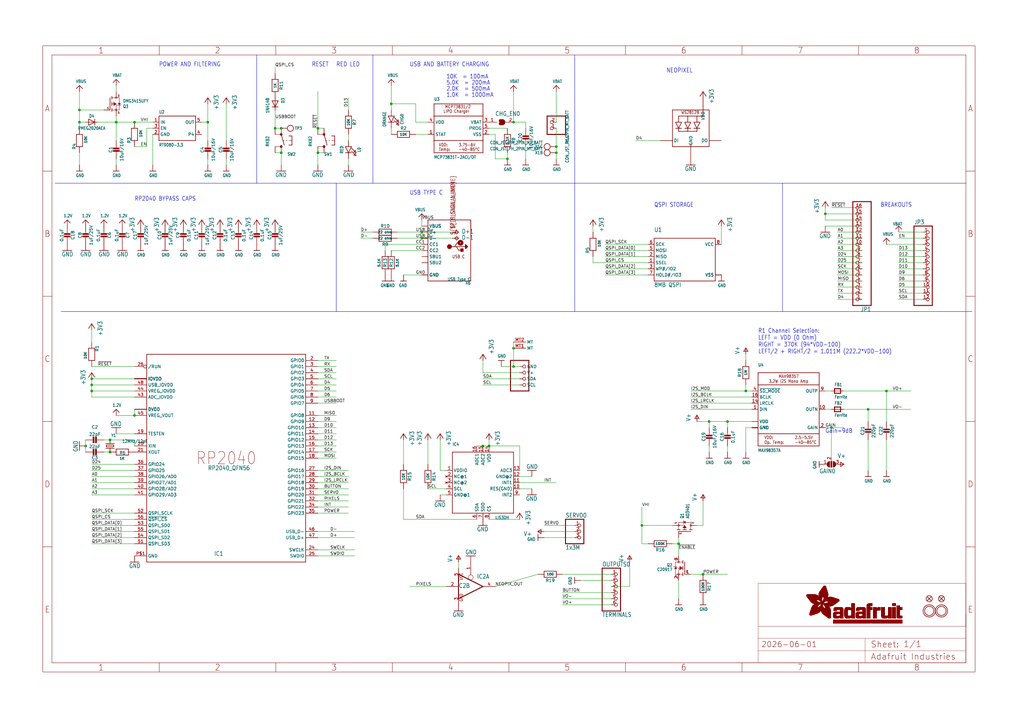
<source format=kicad_sch>
(kicad_sch (version 20230121) (generator eeschema)
  (paper "User" 425.45 298.602)
  (lib_symbols
    (symbol "working-eagle-import:1.2V" (power)
      (property "Value" "1.2V" (at -1.524 1.016 0))
      (symbol "1.2V_1_0"
        (pin power_in line (at 0 -2.54 90) (length 2.54) (name "1.2V") (number "1"))
      )
    )
    (symbol "working-eagle-import:741G125DCK"
      (property "Reference" "IC" (at -0.635 -0.635 0))
      (symbol "741G125DCK_1_0"
        (pin input line (at 0 10.16 270) (length 5.08) (name "OE") (number "1"))
        (pin input line (at -10.16 0 0) (length 5.08) (name "I") (number "2"))
        (pin tri_state line (at 10.16 0 180) (length 5.08) (name "O") (number "4"))
      )
      (symbol "741G125DCK_2_0"
        (text "GND" (at 1.905 -6.35 900) (effects (font (size 1.27 1.0795)) (justify left bottom)))
        (text "VCC" (at 1.905 2.54 900) (effects (font (size 1.27 1.0795)) (justify left bottom)))
        (pin power_in line (at 0 -7.62 90) (length 5.08) (name "GND") (number "3"))
        (pin power_in line (at 0 7.62 270) (length 5.08) (name "VCC") (number "5"))
      )
    )
    (symbol "working-eagle-import:ACCEL_LIS3DHTR"
      (property "Reference" "U" (at -12.7 15.24 0))
      (symbol "ACCEL_LIS3DHTR_1_0"
        (pin power_in line (at -15.24 5.08 0) (length 2.54) (name "VDDIO") (number "1"))
        (pin bidirectional line (at 15.24 -2.54 180) (length 2.54) (name "RES(GND)") (number "10"))
        (pin output line (at 15.24 0 180) (length 2.54) (name "INT1") (number "11"))
        (pin power_in line (at 15.24 2.54 180) (length 2.54) (name "GND@2") (number "12"))
        (pin input line (at 15.24 5.08 180) (length 2.54) (name "ADC3") (number "13"))
        (pin power_in line (at 2.54 15.24 270) (length 2.54) (name "VDD") (number "14"))
        (pin input line (at 0 15.24 270) (length 2.54) (name "ADC2") (number "15"))
        (pin input line (at -2.54 15.24 270) (length 2.54) (name "ADC1") (number "16"))
        (pin no_connect line (at -15.24 2.54 0) (length 2.54) (name "NC@1") (number "2"))
        (pin no_connect line (at -15.24 0 0) (length 2.54) (name "NC@2") (number "3"))
        (pin bidirectional line (at -15.24 -2.54 0) (length 2.54) (name "SCL") (number "4"))
        (pin power_in line (at -15.24 -5.08 0) (length 2.54) (name "GND@1") (number "5"))
        (pin bidirectional line (at -2.54 -15.24 90) (length 2.54) (name "SDA") (number "6"))
        (pin bidirectional line (at 0 -15.24 90) (length 2.54) (name "SDO") (number "7"))
        (pin input line (at 2.54 -15.24 90) (length 2.54) (name "CS") (number "8"))
        (pin output line (at 15.24 -5.08 180) (length 2.54) (name "INT2") (number "9"))
      )
    )
    (symbol "working-eagle-import:AUDIOAMP_MAX98357"
      (property "Reference" "U" (at -12.7 17.78 0))
      (symbol "AUDIOAMP_MAX98357_1_0"
        (text "2.5-5.5V\n-40~~85°C" (at 2.54 -12.7 0) (effects (font (size 1.27 1.0795)) (justify left)))
        (text "MAX98357\n3.2W I2S Mono Amp" (at 0 12.7 0) (effects (font (size 1.27 1.0795))))
        (text "VDD:\nOp. Temp:" (at -10.16 -12.7 0) (effects (font (size 1.27 1.0795)) (justify left)))
        (pin bidirectional line (at -15.24 0 0) (length 2.54) (name "DIN") (number "1"))
        (pin output line (at 15.24 0 180) (length 2.54) (name "OUTN") (number "10"))
        (pin power_in line (at -15.24 -7.62 0) (length 2.54) (name "GND") (number "11"))
        (pin bidirectional line (at -15.24 2.54 0) (length 2.54) (name "LRCLK") (number "14"))
        (pin power_in line (at -15.24 -7.62 0) (length 2.54) (name "GND") (number "15"))
        (pin bidirectional line (at -15.24 5.08 0) (length 2.54) (name "BCLK") (number "16"))
        (pin bidirectional line (at 15.24 -7.62 180) (length 2.54) (name "GAIN") (number "2"))
        (pin power_in line (at -15.24 -7.62 0) (length 2.54) (name "GND") (number "3"))
        (pin bidirectional line (at -15.24 7.62 0) (length 2.54) (name "~{SD_MODE}") (number "4"))
        (pin power_in line (at -15.24 -5.08 0) (length 2.54) (name "VDD") (number "7"))
        (pin power_in line (at -15.24 -5.08 0) (length 2.54) (name "VDD") (number "8"))
        (pin output line (at 15.24 7.62 180) (length 2.54) (name "OUTP") (number "9"))
        (pin power_in line (at -15.24 -7.62 0) (length 2.54) (name "GND") (number "THERMAL"))
      )
    )
    (symbol "working-eagle-import:CAP_CERAMIC0805-NOOUTLINE"
      (property "Reference" "C" (at -2.29 1.25 90))
      (symbol "CAP_CERAMIC0805-NOOUTLINE_1_0"
        (pin passive line (at 0 5.08 270) (length 2.54) (name "1") (number "1"))
        (pin passive line (at 0 -2.54 90) (length 2.54) (name "2") (number "2"))
      )
    )
    (symbol "working-eagle-import:CAP_CERAMIC_0402NO"
      (property "Reference" "C" (at -2.29 1.25 90))
      (symbol "CAP_CERAMIC_0402NO_1_0"
        (pin passive line (at 0 5.08 270) (length 2.54) (name "1") (number "1"))
        (pin passive line (at 0 -2.54 90) (length 2.54) (name "2") (number "2"))
      )
    )
    (symbol "working-eagle-import:CON_JST_PH_2PIN_MT_BATT"
      (property "Reference" "X" (at 0 5.588 90))
      (symbol "CON_JST_PH_2PIN_MT_BATT_1_0"
        (pin passive inverted (at -2.54 2.54 0) (length 2.54) (name "1") (number "1"))
        (pin passive inverted (at -2.54 0 0) (length 2.54) (name "2") (number "2"))
      )
      (symbol "CON_JST_PH_2PIN_MT_BATT_2_0"
        (pin bidirectional line (at 0 0 90) (length 2.54) (name "P$1") (number "NC2"))
      )
      (symbol "CON_JST_PH_2PIN_MT_BATT_3_0"
        (pin bidirectional line (at 0 0 90) (length 2.54) (name "P$1") (number "NC1"))
      )
    )
    (symbol "working-eagle-import:CRYSTAL2.5X2.0"
      (property "Reference" "Y" (at -2.54 2.54 0))
      (symbol "CRYSTAL2.5X2.0_1_0"
        (pin passive line (at -2.54 0 0) (length 0) (name "1") (number "1"))
        (pin passive line (at 2.54 0 180) (length 0) (name "2") (number "3"))
      )
    )
    (symbol "working-eagle-import:DIODESOD-323F"
      (property "Reference" "D" (at -2.54 2.54 0))
      (symbol "DIODESOD-323F_1_0"
        (pin passive line (at -2.54 0 0) (length 2.54) (name "A") (number "A"))
        (pin passive line (at 2.54 0 180) (length 2.54) (name "C") (number "C"))
      )
    )
    (symbol "working-eagle-import:DIODE_SOD323MINI"
      (property "Reference" "D" (at 0 2.54 0))
      (symbol "DIODE_SOD323MINI_1_0"
        (pin passive line (at -2.54 0 0) (length 2.54) (name "A") (number "A"))
        (pin passive line (at 2.54 0 180) (length 2.54) (name "C") (number "C"))
      )
    )
    (symbol "working-eagle-import:FERRITE-0603NO"
      (property "Reference" "FB" (at -1.27 1.905 0))
      (symbol "FERRITE-0603NO_1_0"
        (pin passive line (at -2.54 0 0) (length 2.54) (name "P$1") (number "1"))
        (pin passive line (at 2.54 0 180) (length 2.54) (name "P$2") (number "2"))
      )
    )
    (symbol "working-eagle-import:FIDUCIAL_1MM")
    (symbol "working-eagle-import:FRAME_A3_ADAFRUIT"
      (symbol "FRAME_A3_ADAFRUIT_1_0"
        (text "${#}/${##}" (at 357.505 10.16 0) (effects (font (size 2.54 2.54)) (justify left bottom)))
        (text "${CURRENT_DATE}" (at 298.45 10.16 0) (effects (font (size 2.286 2.286)) (justify left bottom)))
        (text "${PROJECTNAME}" (at 298.45 15.24 0) (effects (font (size 2.54 2.54)) (justify left bottom)))
        (text "1" (at 24.2094 1.905 0) (effects (font (size 2.54 2.286))))
        (text "1" (at 24.2094 258.445 0) (effects (font (size 2.54 2.286))))
        (text "2" (at 72.6281 1.905 0) (effects (font (size 2.54 2.286))))
        (text "2" (at 72.6281 258.445 0) (effects (font (size 2.54 2.286))))
        (text "3" (at 121.0469 1.905 0) (effects (font (size 2.54 2.286))))
        (text "3" (at 121.0469 258.445 0) (effects (font (size 2.54 2.286))))
        (text "4" (at 169.4656 1.905 0) (effects (font (size 2.54 2.286))))
        (text "4" (at 169.4656 258.445 0) (effects (font (size 2.54 2.286))))
        (text "5" (at 217.8844 1.905 0) (effects (font (size 2.54 2.286))))
        (text "5" (at 217.8844 258.445 0) (effects (font (size 2.54 2.286))))
        (text "6" (at 266.3031 1.905 0) (effects (font (size 2.54 2.286))))
        (text "6" (at 266.3031 258.445 0) (effects (font (size 2.54 2.286))))
        (text "7" (at 314.7219 1.905 0) (effects (font (size 2.54 2.286))))
        (text "7" (at 314.7219 258.445 0) (effects (font (size 2.54 2.286))))
        (text "8" (at 363.1406 1.905 0) (effects (font (size 2.54 2.286))))
        (text "8" (at 363.1406 258.445 0) (effects (font (size 2.54 2.286))))
        (text "A" (at 1.905 234.315 0) (effects (font (size 2.54 2.286))))
        (text "A" (at 385.445 234.315 0) (effects (font (size 2.54 2.286))))
        (text "Adafruit Industries" (at 343.916 4.953 0) (effects (font (size 2.54 2.54)) (justify left bottom)))
        (text "B" (at 1.905 182.245 0) (effects (font (size 2.54 2.286))))
        (text "B" (at 385.445 182.245 0) (effects (font (size 2.54 2.286))))
        (text "C" (at 1.905 130.175 0) (effects (font (size 2.54 2.286))))
        (text "C" (at 385.445 130.175 0) (effects (font (size 2.54 2.286))))
        (text "D" (at 1.905 78.105 0) (effects (font (size 2.54 2.286))))
        (text "D" (at 385.445 78.105 0) (effects (font (size 2.54 2.286))))
        (text "E" (at 1.905 26.035 0) (effects (font (size 2.54 2.286))))
        (text "E" (at 385.445 26.035 0) (effects (font (size 2.54 2.286))))
        (text "Sheet:" (at 343.916 10.033 0) (effects (font (size 2.54 2.54)) (justify left bottom)))
      )
    )
    (symbol "working-eagle-import:GND" (power)
      (property "Value" "GND" (at -1.524 -2.54 0))
      (symbol "GND_1_0"
        (pin power_in line (at 0 2.54 270) (length 2.54) (name "GND") (number "1"))
      )
    )
    (symbol "working-eagle-import:HEADER-1X12"
      (property "Reference" "JP" (at -6.35 18.415 0))
      (symbol "HEADER-1X12_1_0"
        (pin passive inverted (at -2.54 15.24 0) (length 2.54) (name "1") (number "1"))
        (pin passive inverted (at -2.54 -7.62 0) (length 2.54) (name "10") (number "10"))
        (pin passive inverted (at -2.54 -10.16 0) (length 2.54) (name "11") (number "11"))
        (pin passive inverted (at -2.54 -12.7 0) (length 2.54) (name "12") (number "12"))
        (pin passive inverted (at -2.54 12.7 0) (length 2.54) (name "2") (number "2"))
        (pin passive inverted (at -2.54 10.16 0) (length 2.54) (name "3") (number "3"))
        (pin passive inverted (at -2.54 7.62 0) (length 2.54) (name "4") (number "4"))
        (pin passive inverted (at -2.54 5.08 0) (length 2.54) (name "5") (number "5"))
        (pin passive inverted (at -2.54 2.54 0) (length 2.54) (name "6") (number "6"))
        (pin passive inverted (at -2.54 0 0) (length 2.54) (name "7") (number "7"))
        (pin passive inverted (at -2.54 -2.54 0) (length 2.54) (name "8") (number "8"))
        (pin passive inverted (at -2.54 -5.08 0) (length 2.54) (name "9") (number "9"))
      )
    )
    (symbol "working-eagle-import:HEADER-1X16ROUND"
      (property "Reference" "JP" (at -6.35 20.955 0))
      (symbol "HEADER-1X16ROUND_1_0"
        (pin passive inverted (at -2.54 17.78 0) (length 2.54) (name "1") (number "1"))
        (pin passive inverted (at -2.54 -5.08 0) (length 2.54) (name "10") (number "10"))
        (pin passive inverted (at -2.54 -7.62 0) (length 2.54) (name "11") (number "11"))
        (pin passive inverted (at -2.54 -10.16 0) (length 2.54) (name "12") (number "12"))
        (pin passive inverted (at -2.54 -12.7 0) (length 2.54) (name "13") (number "13"))
        (pin passive inverted (at -2.54 -15.24 0) (length 2.54) (name "14") (number "14"))
        (pin passive inverted (at -2.54 -17.78 0) (length 2.54) (name "15") (number "15"))
        (pin passive inverted (at -2.54 -20.32 0) (length 2.54) (name "16") (number "16"))
        (pin passive inverted (at -2.54 15.24 0) (length 2.54) (name "2") (number "2"))
        (pin passive inverted (at -2.54 12.7 0) (length 2.54) (name "3") (number "3"))
        (pin passive inverted (at -2.54 10.16 0) (length 2.54) (name "4") (number "4"))
        (pin passive inverted (at -2.54 7.62 0) (length 2.54) (name "5") (number "5"))
        (pin passive inverted (at -2.54 5.08 0) (length 2.54) (name "6") (number "6"))
        (pin passive inverted (at -2.54 2.54 0) (length 2.54) (name "7") (number "7"))
        (pin passive inverted (at -2.54 0 0) (length 2.54) (name "8") (number "8"))
        (pin passive inverted (at -2.54 -2.54 0) (length 2.54) (name "9") (number "9"))
      )
    )
    (symbol "working-eagle-import:HEADER-1X376MIL"
      (property "Reference" "JP" (at -6.35 5.715 0))
      (symbol "HEADER-1X376MIL_1_0"
        (pin passive inverted (at -2.54 2.54 0) (length 2.54) (name "1") (number "1"))
        (pin passive inverted (at -2.54 0 0) (length 2.54) (name "2") (number "2"))
        (pin passive inverted (at -2.54 -2.54 0) (length 2.54) (name "3") (number "3"))
      )
    )
    (symbol "working-eagle-import:HEADER-1X6"
      (property "Reference" "JP" (at -6.35 10.795 0))
      (symbol "HEADER-1X6_1_0"
        (pin passive inverted (at -2.54 7.62 0) (length 2.54) (name "1") (number "1"))
        (pin passive inverted (at -2.54 5.08 0) (length 2.54) (name "2") (number "2"))
        (pin passive inverted (at -2.54 2.54 0) (length 2.54) (name "3") (number "3"))
        (pin passive inverted (at -2.54 0 0) (length 2.54) (name "4") (number "4"))
        (pin passive inverted (at -2.54 -2.54 0) (length 2.54) (name "5") (number "5"))
        (pin passive inverted (at -2.54 -5.08 0) (length 2.54) (name "6") (number "6"))
      )
    )
    (symbol "working-eagle-import:LED0603_NOOUTLINE"
      (property "Reference" "D" (at -1.27 4.445 0))
      (symbol "LED0603_NOOUTLINE_1_0"
        (pin passive line (at -5.08 0 0) (length 2.54) (name "A") (number "A"))
        (pin passive line (at 2.54 0 180) (length 2.54) (name "C") (number "C"))
      )
    )
    (symbol "working-eagle-import:MCP73831/2"
      (property "Reference" "U" (at -10.16 11.43 0))
      (symbol "MCP73831/2_1_0"
        (text "-40-85°C" (at 0 -9.525 0) (effects (font (size 1.27 1.0795)) (justify left bottom)))
        (text "3.75-6V" (at 0 -7.62 0) (effects (font (size 1.27 1.0795)) (justify left bottom)))
        (text "LIPO Charger" (at -6.35 6.35 0) (effects (font (size 1.27 1.0795)) (justify left bottom)))
        (text "MCP73831/2" (at -5.715 8.255 0) (effects (font (size 1.27 1.0795)) (justify left bottom)))
        (text "Temp:" (at -8.255 -9.525 0) (effects (font (size 1.27 1.0795)) (justify left bottom)))
        (text "VDD:" (at -8.255 -7.62 0) (effects (font (size 1.27 1.0795)) (justify left bottom)))
        (pin output line (at -12.7 -2.54 0) (length 2.54) (name "STAT") (number "1"))
        (pin power_in line (at 12.7 -2.54 180) (length 2.54) (name "VSS") (number "2"))
        (pin power_in line (at 12.7 2.54 180) (length 2.54) (name "VBAT") (number "3"))
        (pin power_in line (at -12.7 2.54 0) (length 2.54) (name "VDD") (number "4"))
        (pin input line (at 12.7 0 180) (length 2.54) (name "PROG") (number "5"))
      )
    )
    (symbol "working-eagle-import:MOSFET-NWIDE"
      (property "Reference" "Q" (at 5.08 0.635 0))
      (symbol "MOSFET-NWIDE_1_0"
        (text "D" (at 3.175 3.175 0) (effects (font (size 0.8128 0.6908)) (justify left bottom)))
        (text "G" (at -1.27 -1.905 0) (effects (font (size 0.8128 0.6908)) (justify left bottom)))
        (text "S" (at 3.175 -3.81 0) (effects (font (size 0.8128 0.6908)) (justify left bottom)))
        (pin bidirectional line (at -2.54 -2.54 0) (length 2.54) (name "G") (number "1"))
        (pin bidirectional line (at 2.54 -5.08 90) (length 2.54) (name "S") (number "2"))
        (pin bidirectional line (at 2.54 5.08 270) (length 2.54) (name "D") (number "3"))
      )
    )
    (symbol "working-eagle-import:MOSFET-PWIDE"
      (property "Reference" "Q" (at 2.794 0.381 0))
      (symbol "MOSFET-PWIDE_1_0"
        (text "D" (at 0.635 -3.81 0) (effects (font (size 0.8128 0.6908)) (justify left bottom)))
        (text "G" (at -3.81 1.27 0) (effects (font (size 0.8128 0.6908)) (justify left bottom)))
        (text "S" (at 0.635 3.175 0) (effects (font (size 0.8128 0.6908)) (justify left bottom)))
        (pin passive line (at -5.08 2.54 0) (length 2.54) (name "G") (number "1"))
        (pin passive line (at 0 5.08 270) (length 2.54) (name "S") (number "2"))
        (pin passive line (at 0 -5.08 90) (length 2.54) (name "D") (number "3"))
      )
    )
    (symbol "working-eagle-import:MOSFET-P_DFN2015"
      (property "Reference" "Q" (at 2.794 0.381 0))
      (symbol "MOSFET-P_DFN2015_1_0"
        (text "D" (at 0.635 -3.81 0) (effects (font (size 0.8128 0.6908)) (justify left bottom)))
        (text "G" (at -3.81 1.27 0) (effects (font (size 0.8128 0.6908)) (justify left bottom)))
        (text "S" (at 0.635 3.175 0) (effects (font (size 0.8128 0.6908)) (justify left bottom)))
        (pin passive line (at -5.08 2.54 0) (length 2.54) (name "G") (number "1"))
        (pin passive line (at 0 5.08 270) (length 2.54) (name "S") (number "2"))
        (pin passive line (at 0 -5.08 90) (length 2.54) (name "D") (number "3"))
      )
    )
    (symbol "working-eagle-import:MOUNTINGHOLE2.5")
    (symbol "working-eagle-import:RESISTOR_0402NO"
      (property "Reference" "R" (at 0 2.54 0))
      (symbol "RESISTOR_0402NO_1_0"
        (pin passive line (at -5.08 0 0) (length 2.54) (name "1") (number "1"))
        (pin passive line (at 5.08 0 180) (length 2.54) (name "2") (number "2"))
      )
    )
    (symbol "working-eagle-import:RP2040_QFN56"
      (property "Reference" "IC" (at -5.08 -40.64 0))
      (symbol "RP2040_QFN56_1_0"
        (text "RP2040" (at 0 0 0) (effects (font (size 5.08 4.318))))
        (pin power_in line (at -38.1 33.02 0) (length 5.08) (name "IOVDD") (number "1"))
        (pin power_in line (at -38.1 33.02 0) (length 5.08) (name "IOVDD") (number "10"))
        (pin bidirectional line (at 38.1 17.78 180) (length 5.08) (name "GPIO8") (number "11"))
        (pin bidirectional line (at 38.1 15.24 180) (length 5.08) (name "GPIO9") (number "12"))
        (pin bidirectional line (at 38.1 12.7 180) (length 5.08) (name "GPIO10") (number "13"))
        (pin bidirectional line (at 38.1 10.16 180) (length 5.08) (name "GPIO11") (number "14"))
        (pin bidirectional line (at 38.1 7.62 180) (length 5.08) (name "GPIO12") (number "15"))
        (pin bidirectional line (at 38.1 5.08 180) (length 5.08) (name "GPIO13") (number "16"))
        (pin bidirectional line (at 38.1 2.54 180) (length 5.08) (name "GPIO14") (number "17"))
        (pin bidirectional line (at 38.1 0 180) (length 5.08) (name "GPIO15") (number "18"))
        (pin input line (at -38.1 10.16 0) (length 5.08) (name "TESTEN") (number "19"))
        (pin bidirectional line (at 38.1 40.64 180) (length 5.08) (name "GPIO0") (number "2"))
        (pin input line (at -38.1 5.08 0) (length 5.08) (name "XIN") (number "20"))
        (pin output line (at -38.1 2.54 0) (length 5.08) (name "XOUT") (number "21"))
        (pin power_in line (at -38.1 33.02 0) (length 5.08) (name "IOVDD") (number "22"))
        (pin power_in line (at -38.1 20.32 0) (length 5.08) (name "DVDD") (number "23"))
        (pin bidirectional line (at 38.1 -38.1 180) (length 5.08) (name "SWCLK") (number "24"))
        (pin bidirectional line (at 38.1 -40.64 180) (length 5.08) (name "SWDIO") (number "25"))
        (pin bidirectional inverted (at -38.1 38.1 0) (length 5.08) (name "/RUN") (number "26"))
        (pin bidirectional line (at 38.1 -5.08 180) (length 5.08) (name "GPIO16") (number "27"))
        (pin bidirectional line (at 38.1 -7.62 180) (length 5.08) (name "GPIO17") (number "28"))
        (pin bidirectional line (at 38.1 -10.16 180) (length 5.08) (name "GPIO18") (number "29"))
        (pin bidirectional line (at 38.1 38.1 180) (length 5.08) (name "GPIO1") (number "3"))
        (pin bidirectional line (at 38.1 -12.7 180) (length 5.08) (name "GPIO19") (number "30"))
        (pin bidirectional line (at 38.1 -15.24 180) (length 5.08) (name "GPIO20") (number "31"))
        (pin bidirectional line (at 38.1 -17.78 180) (length 5.08) (name "GPIO21") (number "32"))
        (pin power_in line (at -38.1 33.02 0) (length 5.08) (name "IOVDD") (number "33"))
        (pin bidirectional line (at 38.1 -20.32 180) (length 5.08) (name "GPIO22") (number "34"))
        (pin bidirectional line (at 38.1 -22.86 180) (length 5.08) (name "GPIO23") (number "35"))
        (pin bidirectional line (at -38.1 -2.54 0) (length 5.08) (name "GPIO24") (number "36"))
        (pin bidirectional line (at -38.1 -5.08 0) (length 5.08) (name "GPIO25") (number "37"))
        (pin bidirectional line (at -38.1 -7.62 0) (length 5.08) (name "GPIO26/AD0") (number "38"))
        (pin bidirectional line (at -38.1 -10.16 0) (length 5.08) (name "GPIO27/AD1") (number "39"))
        (pin bidirectional line (at 38.1 35.56 180) (length 5.08) (name "GPIO2") (number "4"))
        (pin bidirectional line (at -38.1 -12.7 0) (length 5.08) (name "GPIO28/AD2") (number "40"))
        (pin bidirectional line (at -38.1 -15.24 0) (length 5.08) (name "GPIO29/AD3") (number "41"))
        (pin power_in line (at -38.1 33.02 0) (length 5.08) (name "IOVDD") (number "42"))
        (pin power_in line (at -38.1 25.4 0) (length 5.08) (name "ADC_IOVDD") (number "43"))
        (pin power_in line (at -38.1 27.94 0) (length 5.08) (name "VREG_IOVDD") (number "44"))
        (pin power_in line (at -38.1 17.78 0) (length 5.08) (name "VREG_VOUT") (number "45"))
        (pin bidirectional line (at 38.1 -30.48 180) (length 5.08) (name "USB_D-") (number "46"))
        (pin bidirectional line (at 38.1 -33.02 180) (length 5.08) (name "USB_D+") (number "47"))
        (pin power_in line (at -38.1 30.48 0) (length 5.08) (name "USB_IOVDD") (number "48"))
        (pin power_in line (at -38.1 33.02 0) (length 5.08) (name "IOVDD") (number "49"))
        (pin bidirectional line (at 38.1 33.02 180) (length 5.08) (name "GPIO3") (number "5"))
        (pin power_in line (at -38.1 20.32 0) (length 5.08) (name "DVDD") (number "50"))
        (pin bidirectional line (at -38.1 -35.56 0) (length 5.08) (name "QSPI_SD3") (number "51"))
        (pin bidirectional line (at -38.1 -22.86 0) (length 5.08) (name "QSPI_SCLK") (number "52"))
        (pin bidirectional line (at -38.1 -27.94 0) (length 5.08) (name "QSPI_SD0") (number "53"))
        (pin bidirectional line (at -38.1 -33.02 0) (length 5.08) (name "QSPI_SD2") (number "54"))
        (pin bidirectional line (at -38.1 -30.48 0) (length 5.08) (name "QSPI_SD1") (number "55"))
        (pin bidirectional line (at -38.1 -25.4 0) (length 5.08) (name "~{QSPI_CS}") (number "56"))
        (pin bidirectional line (at 38.1 30.48 180) (length 5.08) (name "GPIO4") (number "6"))
        (pin bidirectional line (at 38.1 27.94 180) (length 5.08) (name "GPIO5") (number "7"))
        (pin bidirectional line (at 38.1 25.4 180) (length 5.08) (name "GPIO6") (number "8"))
        (pin bidirectional line (at 38.1 22.86 180) (length 5.08) (name "GPIO7") (number "9"))
        (pin power_in line (at -38.1 -40.64 0) (length 5.08) (name "GND") (number "P$1"))
      )
    )
    (symbol "working-eagle-import:SOLDERJUMPER_2WAY"
      (property "Reference" "SJ" (at -5.08 -3.81 0))
      (symbol "SOLDERJUMPER_2WAY_1_0"
        (pin passive line (at -2.54 0 0) (length 0) (name "1") (number "1"))
        (pin passive line (at 0 2.54 270) (length 0) (name "2") (number "2"))
        (pin passive line (at 2.54 0 180) (length 0) (name "3") (number "3"))
      )
    )
    (symbol "working-eagle-import:SOLDERJUMPER_CLOSED"
      (property "Reference" "SJ" (at -2.54 2.54 0))
      (symbol "SOLDERJUMPER_CLOSED_1_0"
        (pin passive line (at -5.08 0 0) (length 2.54) (name "1") (number "1"))
        (pin passive line (at 5.08 0 180) (length 2.54) (name "2") (number "2"))
      )
    )
    (symbol "working-eagle-import:SPIFLASH_8PIN_4X4"
      (property "Reference" "U" (at -12.7 12.7 0))
      (symbol "SPIFLASH_8PIN_4X4_1_0"
        (pin bidirectional line (at -15.24 0 0) (length 2.54) (name "SSEL") (number "1"))
        (pin bidirectional line (at -15.24 2.54 0) (length 2.54) (name "MISO") (number "2"))
        (pin bidirectional line (at -15.24 -2.54 0) (length 2.54) (name "WP#/IO2") (number "3"))
        (pin bidirectional line (at 15.24 -5.08 180) (length 2.54) (name "VSS") (number "4"))
        (pin bidirectional line (at -15.24 5.08 0) (length 2.54) (name "MOSI") (number "5"))
        (pin bidirectional line (at -15.24 7.62 0) (length 2.54) (name "SCK") (number "6"))
        (pin bidirectional line (at -15.24 -5.08 0) (length 2.54) (name "HOLD#/IO3") (number "7"))
        (pin bidirectional line (at 15.24 7.62 180) (length 2.54) (name "VCC") (number "8"))
        (pin bidirectional line (at 15.24 -5.08 180) (length 2.54) (name "VSS") (number "PAD"))
      )
    )
    (symbol "working-eagle-import:STEMMA_I2C_QTRA"
      (symbol "STEMMA_I2C_QTRA_1_0"
        (pin passive inverted (at 0 5.08 0) (length 2.54) (name "GND") (number "1"))
        (pin passive inverted (at 0 2.54 0) (length 2.54) (name "V+") (number "2"))
        (pin passive inverted (at 0 0 0) (length 2.54) (name "SDA") (number "3"))
        (pin passive inverted (at 0 -2.54 0) (length 2.54) (name "SCL") (number "4"))
      )
      (symbol "STEMMA_I2C_QTRA_2_0"
        (pin bidirectional line (at 0 0 0) (length 5.08) (name "MT") (number "MT1"))
      )
      (symbol "STEMMA_I2C_QTRA_3_0"
        (pin bidirectional line (at 0 0 0) (length 5.08) (name "MT") (number "MT2"))
      )
    )
    (symbol "working-eagle-import:SWITCH_TACT_SMT_RKB2"
      (property "Reference" "SW" (at -2.54 6.35 0))
      (symbol "SWITCH_TACT_SMT_RKB2_1_0"
        (pin passive line (at -5.08 0 0) (length 2.54) (name "P") (number "A"))
        (pin passive line (at -5.08 -2.54 0) (length 2.54) (name "P1") (number "A'"))
        (pin passive line (at 5.08 0 180) (length 2.54) (name "S") (number "B"))
        (pin passive line (at 5.08 -2.54 180) (length 2.54) (name "S1") (number "B'"))
      )
    )
    (symbol "working-eagle-import:TESTPOINTROUND1.5MMNO"
      (property "Reference" "TP" (at 0 5.588 90))
      (symbol "TESTPOINTROUND1.5MMNO_1_0"
        (pin bidirectional line (at 0 0 90) (length 2.54) (name "P$1") (number "P$1"))
      )
    )
    (symbol "working-eagle-import:TPB1,27"
      (property "Reference" "TP" (at -1.27 1.27 0))
      (symbol "TPB1,27_1_0"
        (text "${TP_SIGNAL_NAME}" (at 1.27 -1.27 0) (effects (font (size 1.778 1.5113)) (justify left bottom)))
        (pin input line (at 0 -2.54 90) (length 2.54) (name "TP") (number "TP"))
      )
    )
    (symbol "working-eagle-import:USB_C"
      (property "Reference" "X" (at -10.16 13.716 0))
      (symbol "USB_C_1_0"
        (text "USB C" (at -5.08 -2.54 0) (effects (font (size 1.27 1.0795))))
        (pin power_in line (at 10.16 -10.16 180) (length 2.54) (name "GND") (number "A1B12"))
        (pin power_in line (at 10.16 10.16 180) (length 2.54) (name "VBUS") (number "A4B9"))
        (pin bidirectional line (at 10.16 2.54 180) (length 2.54) (name "CC1") (number "A5"))
        (pin bidirectional line (at 10.16 7.62 180) (length 2.54) (name "D+") (number "A6"))
        (pin bidirectional line (at 10.16 5.08 180) (length 2.54) (name "D-") (number "A7"))
        (pin bidirectional line (at 10.16 -2.54 180) (length 2.54) (name "SBU1") (number "A8"))
        (pin power_in line (at 10.16 -10.16 180) (length 2.54) (name "GND") (number "B1A12"))
        (pin power_in line (at 10.16 10.16 180) (length 2.54) (name "VBUS") (number "B4A9"))
        (pin bidirectional line (at 10.16 0 180) (length 2.54) (name "CC2") (number "B5"))
        (pin bidirectional line (at 10.16 7.62 180) (length 2.54) (name "D+") (number "B6"))
        (pin bidirectional line (at 10.16 5.08 180) (length 2.54) (name "D-") (number "B7"))
        (pin bidirectional line (at 10.16 -5.08 180) (length 2.54) (name "SBU2") (number "B8"))
      )
    )
    (symbol "working-eagle-import:V+" (power)
      (property "Value" "V+" (at -2.54 -2.54 90))
      (symbol "V+_1_0"
        (pin power_in line (at 0 -2.54 90) (length 2.54) (name "V+") (number "1"))
      )
    )
    (symbol "working-eagle-import:VBAT" (power)
      (property "Value" "VBAT" (at -1.524 1.016 0))
      (symbol "VBAT_1_0"
        (pin power_in line (at 0 -2.54 90) (length 2.54) (name "VBAT") (number "1"))
      )
    )
    (symbol "working-eagle-import:VBUS" (power)
      (property "Value" "VBUS" (at -1.524 1.016 0))
      (symbol "VBUS_1_0"
        (pin power_in line (at 0 -2.54 90) (length 2.54) (name "VBUS") (number "1"))
      )
    )
    (symbol "working-eagle-import:VREG_SOT23-5"
      (property "Reference" "U" (at -7.62 6.096 0))
      (symbol "VREG_SOT23-5_1_0"
        (pin power_in line (at -10.16 2.54 0) (length 2.54) (name "IN") (number "1"))
        (pin power_in line (at -10.16 -2.54 0) (length 2.54) (name "GND") (number "2"))
        (pin input line (at -10.16 0 0) (length 2.54) (name "EN") (number "3"))
        (pin bidirectional line (at 10.16 -2.54 180) (length 2.54) (name "P4") (number "4"))
        (pin power_in line (at 10.16 2.54 180) (length 2.54) (name "OUT") (number "5"))
      )
    )
    (symbol "working-eagle-import:WS2812B_SK6805_1515"
      (symbol "WS2812B_SK6805_1515_1_0"
        (text "WS2812B" (at -4.064 8.382 0) (effects (font (size 1.27 1.0795)) (justify left bottom)))
        (pin input line (at -12.7 -2.54 0) (length 5.08) (name "DI") (number "1"))
        (pin power_in line (at 5.08 15.24 270) (length 5.08) (name "VDD") (number "2"))
        (pin output line (at 12.7 -2.54 180) (length 5.08) (name "DO") (number "3"))
        (pin power_in line (at 0 -10.16 90) (length 5.08) (name "GND") (number "4"))
      )
    )
    (symbol "working-eagle-import:supply1_+3V3" (power)
      (property "Value" "supply1_+3V3" (at -2.54 -5.08 90))
      (symbol "supply1_+3V3_1_0"
        (pin power_in line (at 0 -2.54 90) (length 2.54) (name "+3V3") (number "1"))
      )
    )
    (symbol "working-eagle-import:supply1_GND" (power)
      (property "Value" "supply1_GND" (at -2.54 -2.54 0))
      (symbol "supply1_GND_1_0"
        (pin power_in line (at 0 2.54 270) (length 2.54) (name "GND") (number "1"))
      )
    )
  )
  (junction (at 292.1 238.76))
  (junction (at 342.9 88.9))
  (junction (at 210.82 66.04))
  (junction (at 162.56 43.18))
  (junction (at 175.26 99.06))
  (junction (at 55.88 50.8))
  (junction (at 33.02 50.8))
  (junction (at 213.36 50.8))
  (junction (at 114.3 53.34))
  (junction (at 266.7 218.44))
  (junction (at 45.72 187.96))
  (junction (at 294.64 175.26))
  (junction (at 231.14 63.5))
  (junction (at 33.02 45.72))
  (junction (at 368.3 162.56))
  (junction (at 200.66 185.42))
  (junction (at 116.84 53.34))
  (junction (at 38.1 162.56))
  (junction (at 213.36 144.78))
  (junction (at 175.26 96.52))
  (junction (at 309.88 162.56))
  (junction (at 86.36 50.8))
  (junction (at 213.36 152.4))
  (junction (at 132.08 63.5))
  (junction (at 132.08 53.34))
  (junction (at 48.26 50.8))
  (junction (at 203.2 185.42))
  (junction (at 35.56 185.42))
  (junction (at 38.1 157.48))
  (junction (at 231.14 60.96))
  (junction (at 45.72 182.88))
  (junction (at 38.1 160.02))
  (junction (at 360.68 170.18))
  (junction (at 55.88 172.72))
  (junction (at 116.84 63.5))
  (junction (at 281.94 226.06))
  (junction (at 302.26 175.26))
  (junction (at 345.44 177.8))
  (wire (pts (xy 134.62 63.5) (xy 132.08 63.5)) (stroke (width 0.1524)))
  (wire (pts (xy 238.76 218.44) (xy 226.06 218.44)) (stroke (width 0.1524)))
  (wire (pts (xy 345.44 177.8) (xy 345.44 190.5)) (stroke (width 0.1524)))
  (wire (pts (xy 33.02 53.34) (xy 33.02 50.8)) (stroke (width 0.1524)))
  (wire (pts (xy 215.9 203.2) (xy 220.98 203.2)) (stroke (width 0.1524)))
  (wire (pts (xy 213.36 144.78) (xy 213.36 142.24)) (stroke (width 0.1524)))
  (wire (pts (xy 114.3 30.48) (xy 114.3 27.94)) (stroke (width 0.1524)))
  (wire (pts (xy 162.56 43.18) (xy 172.72 43.18)) (stroke (width 0.1524)))
  (wire (pts (xy 45.72 182.88) (xy 43.18 182.88)) (stroke (width 0.1524)))
  (wire (pts (xy 182.88 205.74) (xy 185.42 205.74)) (stroke (width 0.1524)))
  (wire (pts (xy 132.08 162.56) (xy 139.7 162.56)) (stroke (width 0.1524)))
  (wire (pts (xy 269.24 106.68) (xy 251.46 106.68)) (stroke (width 0.1524)))
  (wire (pts (xy 342.9 162.56) (xy 345.44 162.56)) (stroke (width 0.1524)))
  (wire (pts (xy 347.98 104.14) (xy 358.14 104.14)) (stroke (width 0.1524)))
  (wire (pts (xy 55.88 215.9) (xy 38.1 215.9)) (stroke (width 0.1524)))
  (wire (pts (xy 132.08 231.14) (xy 147.32 231.14)) (stroke (width 0.1524)))
  (wire (pts (xy 360.68 170.18) (xy 378.46 170.18)) (stroke (width 0.1524)))
  (wire (pts (xy 55.88 203.2) (xy 38.1 203.2)) (stroke (width 0.1524)))
  (wire (pts (xy 231.14 38.1) (xy 231.14 50.8)) (stroke (width 0.1524)))
  (wire (pts (xy 172.72 50.8) (xy 177.8 50.8)) (stroke (width 0.1524)))
  (wire (pts (xy 175.26 96.52) (xy 165.1 96.52)) (stroke (width 0.1524)))
  (wire (pts (xy 281.94 248.92) (xy 281.94 241.3)) (stroke (width 0.1524)))
  (wire (pts (xy 132.08 53.34) (xy 134.62 53.34)) (stroke (width 0.1524)))
  (wire (pts (xy 175.26 96.52) (xy 187.96 96.52)) (stroke (width 0.1524)))
  (wire (pts (xy 294.64 177.8) (xy 294.64 175.26)) (stroke (width 0.1524)))
  (wire (pts (xy 116.84 53.34) (xy 114.3 53.34)) (stroke (width 0.1524)))
  (wire (pts (xy 167.64 215.9) (xy 167.64 203.2)) (stroke (width 0.1524)))
  (wire (pts (xy 149.86 99.06) (xy 154.94 99.06)) (stroke (width 0.1524)))
  (wire (pts (xy 368.3 162.56) (xy 368.3 175.26)) (stroke (width 0.1524)))
  (wire (pts (xy 132.08 160.02) (xy 139.7 160.02)) (stroke (width 0.1524)))
  (wire (pts (xy 383.54 109.22) (xy 373.38 109.22)) (stroke (width 0.1524)))
  (wire (pts (xy 132.08 220.98) (xy 147.32 220.98)) (stroke (width 0.1524)))
  (wire (pts (xy 35.56 187.96) (xy 35.56 185.42)) (stroke (width 0.1524)))
  (wire (pts (xy 289.56 218.44) (xy 292.1 218.44)) (stroke (width 0.1524)))
  (wire (pts (xy 312.42 162.56) (xy 309.88 162.56)) (stroke (width 0.1524)))
  (wire (pts (xy 269.24 101.6) (xy 251.46 101.6)) (stroke (width 0.1524)))
  (wire (pts (xy 60.96 53.34) (xy 63.5 53.34)) (stroke (width 0.1524)))
  (wire (pts (xy 312.42 170.18) (xy 287.02 170.18)) (stroke (width 0.1524)))
  (wire (pts (xy 38.1 200.66) (xy 55.88 200.66)) (stroke (width 0.1524)))
  (wire (pts (xy 172.72 55.88) (xy 177.8 55.88)) (stroke (width 0.1524)))
  (wire (pts (xy 167.64 182.88) (xy 167.64 193.04)) (stroke (width 0.1524)))
  (wire (pts (xy 144.78 45.72) (xy 144.78 40.64)) (stroke (width 0.1524)))
  (wire (pts (xy 266.7 226.06) (xy 269.24 226.06)) (stroke (width 0.1524)))
  (wire (pts (xy 309.88 162.56) (xy 309.88 160.02)) (stroke (width 0.1524)))
  (wire (pts (xy 182.88 195.58) (xy 182.88 182.88)) (stroke (width 0.1524)))
  (polyline (pts (xy 238.76 76.2) (xy 238.76 22.86)) (stroke (width 0.1524) (type solid)))
  (wire (pts (xy 200.66 154.94) (xy 200.66 149.86)) (stroke (width 0.1524)))
  (wire (pts (xy 144.78 203.2) (xy 132.08 203.2)) (stroke (width 0.1524)))
  (wire (pts (xy 132.08 38.1) (xy 132.08 53.34)) (stroke (width 0.1524)))
  (wire (pts (xy 172.72 43.18) (xy 172.72 50.8)) (stroke (width 0.1524)))
  (wire (pts (xy 294.64 175.26) (xy 289.56 175.26)) (stroke (width 0.1524)))
  (wire (pts (xy 383.54 119.38) (xy 373.38 119.38)) (stroke (width 0.1524)))
  (wire (pts (xy 55.88 195.58) (xy 38.1 195.58)) (stroke (width 0.1524)))
  (wire (pts (xy 254 243.84) (xy 261.62 243.84)) (stroke (width 0.1524)))
  (wire (pts (xy 200.66 160.02) (xy 215.9 160.02)) (stroke (width 0.1524)))
  (wire (pts (xy 144.78 198.12) (xy 132.08 198.12)) (stroke (width 0.1524)))
  (wire (pts (xy 215.9 195.58) (xy 215.9 185.42)) (stroke (width 0.1524)))
  (wire (pts (xy 210.82 63.5) (xy 210.82 66.04)) (stroke (width 0.1524)))
  (wire (pts (xy 132.08 208.28) (xy 144.78 208.28)) (stroke (width 0.1524)))
  (wire (pts (xy 358.14 114.3) (xy 347.98 114.3)) (stroke (width 0.1524)))
  (wire (pts (xy 198.12 215.9) (xy 167.64 215.9)) (stroke (width 0.1524)))
  (wire (pts (xy 218.44 50.8) (xy 213.36 50.8)) (stroke (width 0.1524)))
  (wire (pts (xy 185.42 203.2) (xy 177.8 203.2)) (stroke (width 0.1524)))
  (wire (pts (xy 116.84 63.5) (xy 116.84 68.58)) (stroke (width 0.1524)))
  (wire (pts (xy 55.88 50.8) (xy 48.26 50.8)) (stroke (width 0.1524)))
  (wire (pts (xy 279.4 226.06) (xy 281.94 226.06)) (stroke (width 0.1524)))
  (wire (pts (xy 132.08 167.64) (xy 139.7 167.64)) (stroke (width 0.1524)))
  (wire (pts (xy 358.14 93.98) (xy 342.9 93.98)) (stroke (width 0.1524)))
  (wire (pts (xy 358.14 101.6) (xy 347.98 101.6)) (stroke (width 0.1524)))
  (wire (pts (xy 215.9 185.42) (xy 203.2 185.42)) (stroke (width 0.1524)))
  (wire (pts (xy 281.94 226.06) (xy 281.94 231.14)) (stroke (width 0.1524)))
  (wire (pts (xy 55.88 213.36) (xy 38.1 213.36)) (stroke (width 0.1524)))
  (wire (pts (xy 132.08 180.34) (xy 139.7 180.34)) (stroke (width 0.1524)))
  (wire (pts (xy 254 241.3) (xy 241.3 241.3)) (stroke (width 0.1524)))
  (wire (pts (xy 114.3 63.5) (xy 116.84 63.5)) (stroke (width 0.1524)))
  (wire (pts (xy 254 246.38) (xy 233.68 246.38)) (stroke (width 0.1524)))
  (polyline (pts (xy 325.12 76.2) (xy 238.76 76.2)) (stroke (width 0.1524) (type solid)))
  (wire (pts (xy 132.08 200.66) (xy 144.78 200.66)) (stroke (width 0.1524)))
  (wire (pts (xy 218.44 60.96) (xy 218.44 66.04)) (stroke (width 0.1524)))
  (wire (pts (xy 347.98 109.22) (xy 358.14 109.22)) (stroke (width 0.1524)))
  (wire (pts (xy 35.56 185.42) (xy 35.56 182.88)) (stroke (width 0.1524)))
  (polyline (pts (xy 238.76 129.54) (xy 325.12 129.54)) (stroke (width 0.1524) (type solid)))
  (wire (pts (xy 266.7 218.44) (xy 266.7 210.82)) (stroke (width 0.1524)))
  (wire (pts (xy 170.18 243.84) (xy 185.42 243.84)) (stroke (width 0.1524)))
  (wire (pts (xy 132.08 175.26) (xy 139.7 175.26)) (stroke (width 0.1524)))
  (wire (pts (xy 35.56 50.8) (xy 33.02 50.8)) (stroke (width 0.1524)))
  (wire (pts (xy 48.26 35.56) (xy 48.26 38.1)) (stroke (width 0.1524)))
  (wire (pts (xy 358.14 86.36) (xy 345.44 86.36)) (stroke (width 0.1524)))
  (wire (pts (xy 279.4 218.44) (xy 266.7 218.44)) (stroke (width 0.1524)))
  (wire (pts (xy 38.1 205.74) (xy 55.88 205.74)) (stroke (width 0.1524)))
  (wire (pts (xy 342.9 177.8) (xy 345.44 177.8)) (stroke (width 0.1524)))
  (wire (pts (xy 205.74 243.84) (xy 223.52 238.76)) (stroke (width 0.1524)))
  (wire (pts (xy 342.9 91.44) (xy 342.9 88.9)) (stroke (width 0.1524)))
  (wire (pts (xy 175.26 101.6) (xy 160.02 101.6)) (stroke (width 0.1524)))
  (wire (pts (xy 347.98 121.92) (xy 358.14 121.92)) (stroke (width 0.1524)))
  (wire (pts (xy 55.88 182.88) (xy 55.88 185.42)) (stroke (width 0.1524)))
  (polyline (pts (xy 106.68 76.2) (xy 106.68 22.86)) (stroke (width 0.1524) (type solid)))
  (wire (pts (xy 309.88 177.8) (xy 309.88 187.96)) (stroke (width 0.1524)))
  (wire (pts (xy 38.1 218.44) (xy 55.88 218.44)) (stroke (width 0.1524)))
  (wire (pts (xy 368.3 182.88) (xy 368.3 195.58)) (stroke (width 0.1524)))
  (wire (pts (xy 132.08 190.5) (xy 139.7 190.5)) (stroke (width 0.1524)))
  (wire (pts (xy 383.54 114.3) (xy 373.38 114.3)) (stroke (width 0.1524)))
  (wire (pts (xy 33.02 50.8) (xy 33.02 45.72)) (stroke (width 0.1524)))
  (wire (pts (xy 383.54 104.14) (xy 373.38 104.14)) (stroke (width 0.1524)))
  (wire (pts (xy 38.1 165.1) (xy 38.1 162.56)) (stroke (width 0.1524)))
  (wire (pts (xy 132.08 182.88) (xy 139.7 182.88)) (stroke (width 0.1524)))
  (wire (pts (xy 302.26 175.26) (xy 294.64 175.26)) (stroke (width 0.1524)))
  (wire (pts (xy 38.1 220.98) (xy 55.88 220.98)) (stroke (width 0.1524)))
  (wire (pts (xy 373.38 106.68) (xy 383.54 106.68)) (stroke (width 0.1524)))
  (wire (pts (xy 154.94 96.52) (xy 149.86 96.52)) (stroke (width 0.1524)))
  (wire (pts (xy 238.76 223.52) (xy 226.06 223.52)) (stroke (width 0.1524)))
  (wire (pts (xy 226.06 220.98) (xy 238.76 220.98)) (stroke (width 0.1524)))
  (wire (pts (xy 55.88 165.1) (xy 38.1 165.1)) (stroke (width 0.1524)))
  (wire (pts (xy 347.98 116.84) (xy 358.14 116.84)) (stroke (width 0.1524)))
  (wire (pts (xy 86.36 66.04) (xy 86.36 68.58)) (stroke (width 0.1524)))
  (wire (pts (xy 312.42 177.8) (xy 309.88 177.8)) (stroke (width 0.1524)))
  (wire (pts (xy 55.88 157.48) (xy 38.1 157.48)) (stroke (width 0.1524)))
  (wire (pts (xy 299.72 93.98) (xy 299.72 101.6)) (stroke (width 0.1524)))
  (wire (pts (xy 132.08 195.58) (xy 144.78 195.58)) (stroke (width 0.1524)))
  (wire (pts (xy 38.1 137.16) (xy 38.1 142.24)) (stroke (width 0.1524)))
  (wire (pts (xy 342.9 88.9) (xy 358.14 88.9)) (stroke (width 0.1524)))
  (wire (pts (xy 213.36 38.1) (xy 213.36 50.8)) (stroke (width 0.1524)))
  (wire (pts (xy 373.38 111.76) (xy 383.54 111.76)) (stroke (width 0.1524)))
  (wire (pts (xy 373.38 124.46) (xy 383.54 124.46)) (stroke (width 0.1524)))
  (wire (pts (xy 175.26 104.14) (xy 162.56 104.14)) (stroke (width 0.1524)))
  (wire (pts (xy 358.14 111.76) (xy 347.98 111.76)) (stroke (width 0.1524)))
  (wire (pts (xy 358.14 119.38) (xy 347.98 119.38)) (stroke (width 0.1524)))
  (wire (pts (xy 231.14 63.5) (xy 231.14 60.96)) (stroke (width 0.1524)))
  (wire (pts (xy 33.02 45.72) (xy 33.02 38.1)) (stroke (width 0.1524)))
  (wire (pts (xy 233.68 238.76) (xy 254 238.76)) (stroke (width 0.1524)))
  (wire (pts (xy 309.88 162.56) (xy 287.02 162.56)) (stroke (width 0.1524)))
  (wire (pts (xy 55.88 60.96) (xy 60.96 60.96)) (stroke (width 0.1524)))
  (wire (pts (xy 205.74 55.88) (xy 205.74 66.04)) (stroke (width 0.1524)))
  (wire (pts (xy 251.46 114.3) (xy 269.24 114.3)) (stroke (width 0.1524)))
  (wire (pts (xy 342.9 86.36) (xy 342.9 88.9)) (stroke (width 0.1524)))
  (wire (pts (xy 48.26 48.26) (xy 48.26 50.8)) (stroke (width 0.1524)))
  (polyline (pts (xy 25.4 129.54) (xy 238.76 129.54)) (stroke (width 0.1524) (type solid)))
  (wire (pts (xy 203.2 53.34) (xy 210.82 53.34)) (stroke (width 0.1524)))
  (wire (pts (xy 254 251.46) (xy 233.68 251.46)) (stroke (width 0.1524)))
  (wire (pts (xy 114.3 53.34) (xy 114.3 45.72)) (stroke (width 0.1524)))
  (wire (pts (xy 190.5 236.22) (xy 190.5 233.68)) (stroke (width 0.1524)))
  (wire (pts (xy 86.36 58.42) (xy 86.36 50.8)) (stroke (width 0.1524)))
  (wire (pts (xy 231.14 60.96) (xy 231.14 53.34)) (stroke (width 0.1524)))
  (wire (pts (xy 292.1 238.76) (xy 302.26 238.76)) (stroke (width 0.1524)))
  (wire (pts (xy 63.5 50.8) (xy 55.88 50.8)) (stroke (width 0.1524)))
  (wire (pts (xy 38.1 193.04) (xy 55.88 193.04)) (stroke (width 0.1524)))
  (wire (pts (xy 358.14 124.46) (xy 347.98 124.46)) (stroke (width 0.1524)))
  (wire (pts (xy 373.38 99.06) (xy 383.54 99.06)) (stroke (width 0.1524)))
  (wire (pts (xy 231.14 66.04) (xy 231.14 63.5)) (stroke (width 0.1524)))
  (wire (pts (xy 132.08 68.58) (xy 132.08 63.5)) (stroke (width 0.1524)))
  (wire (pts (xy 38.1 226.06) (xy 55.88 226.06)) (stroke (width 0.1524)))
  (wire (pts (xy 347.98 99.06) (xy 358.14 99.06)) (stroke (width 0.1524)))
  (wire (pts (xy 177.8 193.04) (xy 177.8 182.88)) (stroke (width 0.1524)))
  (wire (pts (xy 294.64 185.42) (xy 294.64 187.96)) (stroke (width 0.1524)))
  (wire (pts (xy 261.62 243.84) (xy 261.62 233.68)) (stroke (width 0.1524)))
  (wire (pts (xy 373.38 116.84) (xy 383.54 116.84)) (stroke (width 0.1524)))
  (wire (pts (xy 162.56 45.72) (xy 162.56 43.18)) (stroke (width 0.1524)))
  (wire (pts (xy 281.94 223.52) (xy 281.94 226.06)) (stroke (width 0.1524)))
  (wire (pts (xy 309.88 149.86) (xy 309.88 147.32)) (stroke (width 0.1524)))
  (wire (pts (xy 266.7 218.44) (xy 266.7 226.06)) (stroke (width 0.1524)))
  (wire (pts (xy 132.08 205.74) (xy 144.78 205.74)) (stroke (width 0.1524)))
  (wire (pts (xy 350.52 170.18) (xy 360.68 170.18)) (stroke (width 0.1524)))
  (polyline (pts (xy 139.7 129.54) (xy 139.7 76.2)) (stroke (width 0.1524) (type solid)))
  (wire (pts (xy 55.88 198.12) (xy 38.1 198.12)) (stroke (width 0.1524)))
  (wire (pts (xy 132.08 213.36) (xy 144.78 213.36)) (stroke (width 0.1524)))
  (wire (pts (xy 215.9 152.4) (xy 213.36 152.4)) (stroke (width 0.1524)))
  (polyline (pts (xy 401.32 76.2) (xy 325.12 76.2)) (stroke (width 0.1524) (type solid)))
  (wire (pts (xy 312.42 175.26) (xy 302.26 175.26)) (stroke (width 0.1524)))
  (wire (pts (xy 312.42 165.1) (xy 287.02 165.1)) (stroke (width 0.1524)))
  (wire (pts (xy 38.1 160.02) (xy 38.1 157.48)) (stroke (width 0.1524)))
  (wire (pts (xy 165.1 99.06) (xy 175.26 99.06)) (stroke (width 0.1524)))
  (wire (pts (xy 246.38 106.68) (xy 246.38 109.22)) (stroke (width 0.1524)))
  (wire (pts (xy 233.68 248.92) (xy 254 248.92)) (stroke (width 0.1524)))
  (wire (pts (xy 203.2 55.88) (xy 205.74 55.88)) (stroke (width 0.1524)))
  (wire (pts (xy 43.18 187.96) (xy 45.72 187.96)) (stroke (width 0.1524)))
  (wire (pts (xy 350.52 162.56) (xy 368.3 162.56)) (stroke (width 0.1524)))
  (wire (pts (xy 302.26 185.42) (xy 302.26 187.96)) (stroke (width 0.1524)))
  (wire (pts (xy 45.72 182.88) (xy 55.88 182.88)) (stroke (width 0.1524)))
  (wire (pts (xy 213.36 152.4) (xy 213.36 144.78)) (stroke (width 0.1524)))
  (polyline (pts (xy 325.12 129.54) (xy 325.12 76.2)) (stroke (width 0.1524) (type solid)))
  (wire (pts (xy 93.98 66.04) (xy 93.98 68.58)) (stroke (width 0.1524)))
  (polyline (pts (xy 139.7 76.2) (xy 106.68 76.2)) (stroke (width 0.1524) (type solid)))
  (wire (pts (xy 86.36 50.8) (xy 86.36 43.18)) (stroke (width 0.1524)))
  (wire (pts (xy 139.7 152.4) (xy 132.08 152.4)) (stroke (width 0.1524)))
  (wire (pts (xy 205.74 66.04) (xy 210.82 66.04)) (stroke (width 0.1524)))
  (wire (pts (xy 213.36 152.4) (xy 208.28 152.4)) (stroke (width 0.1524)))
  (wire (pts (xy 342.9 170.18) (xy 345.44 170.18)) (stroke (width 0.1524)))
  (wire (pts (xy 48.26 50.8) (xy 48.26 58.42)) (stroke (width 0.1524)))
  (wire (pts (xy 383.54 101.6) (xy 368.3 101.6)) (stroke (width 0.1524)))
  (wire (pts (xy 38.1 223.52) (xy 55.88 223.52)) (stroke (width 0.1524)))
  (wire (pts (xy 38.1 162.56) (xy 38.1 160.02)) (stroke (width 0.1524)))
  (polyline (pts (xy 154.94 76.2) (xy 154.94 22.86)) (stroke (width 0.1524) (type solid)))
  (wire (pts (xy 360.68 170.18) (xy 360.68 175.26)) (stroke (width 0.1524)))
  (wire (pts (xy 132.08 223.52) (xy 147.32 223.52)) (stroke (width 0.1524)))
  (wire (pts (xy 162.56 53.34) (xy 162.56 55.88)) (stroke (width 0.1524)))
  (wire (pts (xy 358.14 96.52) (xy 347.98 96.52)) (stroke (width 0.1524)))
  (wire (pts (xy 40.64 50.8) (xy 48.26 50.8)) (stroke (width 0.1524)))
  (wire (pts (xy 33.02 68.58) (xy 33.02 63.5)) (stroke (width 0.1524)))
  (wire (pts (xy 215.9 215.9) (xy 203.2 215.9)) (stroke (width 0.1524)))
  (wire (pts (xy 147.32 228.6) (xy 132.08 228.6)) (stroke (width 0.1524)))
  (wire (pts (xy 132.08 149.86) (xy 139.7 149.86)) (stroke (width 0.1524)))
  (wire (pts (xy 215.9 157.48) (xy 200.66 157.48)) (stroke (width 0.1524)))
  (wire (pts (xy 358.14 91.44) (xy 342.9 91.44)) (stroke (width 0.1524)))
  (wire (pts (xy 144.78 55.88) (xy 144.78 58.42)) (stroke (width 0.1524)))
  (wire (pts (xy 383.54 121.92) (xy 373.38 121.92)) (stroke (width 0.1524)))
  (wire (pts (xy 200.66 185.42) (xy 198.12 185.42)) (stroke (width 0.1524)))
  (wire (pts (xy 287.02 238.76) (xy 292.1 238.76)) (stroke (width 0.1524)))
  (polyline (pts (xy 22.86 76.2) (xy 106.68 76.2)) (stroke (width 0.1524) (type solid)))
  (wire (pts (xy 48.26 172.72) (xy 55.88 172.72)) (stroke (width 0.1524)))
  (wire (pts (xy 132.08 177.8) (xy 139.7 177.8)) (stroke (width 0.1524)))
  (wire (pts (xy 203.2 185.42) (xy 200.66 185.42)) (stroke (width 0.1524)))
  (polyline (pts (xy 238.76 129.54) (xy 238.76 76.2)) (stroke (width 0.1524) (type solid)))
  (wire (pts (xy 302.26 177.8) (xy 302.26 175.26)) (stroke (width 0.1524)))
  (wire (pts (xy 185.42 195.58) (xy 182.88 195.58)) (stroke (width 0.1524)))
  (wire (pts (xy 43.18 45.72) (xy 33.02 45.72)) (stroke (width 0.1524)))
  (wire (pts (xy 55.88 160.02) (xy 38.1 160.02)) (stroke (width 0.1524)))
  (wire (pts (xy 246.38 109.22) (xy 269.24 109.22)) (stroke (width 0.1524)))
  (wire (pts (xy 215.9 200.66) (xy 231.14 200.66)) (stroke (width 0.1524)))
  (wire (pts (xy 312.42 167.64) (xy 287.02 167.64)) (stroke (width 0.1524)))
  (polyline (pts (xy 325.12 129.54) (xy 403.86 129.54)) (stroke (width 0.1524) (type solid)))
  (wire (pts (xy 175.26 91.44) (xy 175.26 93.98)) (stroke (width 0.1524)))
  (wire (pts (xy 162.56 35.56) (xy 162.56 43.18)) (stroke (width 0.1524)))
  (wire (pts (xy 215.9 198.12) (xy 220.98 198.12)) (stroke (width 0.1524)))
  (wire (pts (xy 63.5 55.88) (xy 63.5 68.58)) (stroke (width 0.1524)))
  (wire (pts (xy 269.24 111.76) (xy 251.46 111.76)) (stroke (width 0.1524)))
  (wire (pts (xy 55.88 152.4) (xy 38.1 152.4)) (stroke (width 0.1524)))
  (wire (pts (xy 132.08 157.48) (xy 139.7 157.48)) (stroke (width 0.1524)))
  (wire (pts (xy 292.1 218.44) (xy 292.1 208.28)) (stroke (width 0.1524)))
  (wire (pts (xy 358.14 106.68) (xy 347.98 106.68)) (stroke (width 0.1524)))
  (wire (pts (xy 132.08 187.96) (xy 139.7 187.96)) (stroke (width 0.1524)))
  (wire (pts (xy 132.08 185.42) (xy 139.7 185.42)) (stroke (width 0.1524)))
  (polyline (pts (xy 238.76 76.2) (xy 154.94 76.2)) (stroke (width 0.1524) (type solid)))
  (wire (pts (xy 60.96 60.96) (xy 60.96 53.34)) (stroke (width 0.1524)))
  (wire (pts (xy 55.88 170.18) (xy 55.88 172.72)) (stroke (width 0.1524)))
  (wire (pts (xy 160.02 101.6) (xy 160.02 104.14)) (stroke (width 0.1524)))
  (wire (pts (xy 144.78 66.04) (xy 144.78 68.58)) (stroke (width 0.1524)))
  (wire (pts (xy 93.98 58.42) (xy 93.98 43.18)) (stroke (width 0.1524)))
  (wire (pts (xy 167.64 114.3) (xy 175.26 114.3)) (stroke (width 0.1524)))
  (wire (pts (xy 373.38 96.52) (xy 383.54 96.52)) (stroke (width 0.1524)))
  (wire (pts (xy 132.08 172.72) (xy 139.7 172.72)) (stroke (width 0.1524)))
  (wire (pts (xy 360.68 182.88) (xy 360.68 195.58)) (stroke (width 0.1524)))
  (polyline (pts (xy 154.94 76.2) (xy 139.7 76.2)) (stroke (width 0.1524) (type solid)))
  (wire (pts (xy 55.88 162.56) (xy 38.1 162.56)) (stroke (width 0.1524)))
  (wire (pts (xy 246.38 93.98) (xy 246.38 96.52)) (stroke (width 0.1524)))
  (wire (pts (xy 175.26 99.06) (xy 187.96 99.06)) (stroke (width 0.1524)))
  (wire (pts (xy 345.44 177.8) (xy 350.52 177.8)) (stroke (width 0.1524)))
  (wire (pts (xy 215.9 154.94) (xy 200.66 154.94)) (stroke (width 0.1524)))
  (wire (pts (xy 83.82 50.8) (xy 86.36 50.8)) (stroke (width 0.1524)))
  (wire (pts (xy 132.08 154.94) (xy 139.7 154.94)) (stroke (width 0.1524)))
  (wire (pts (xy 132.08 210.82) (xy 144.78 210.82)) (stroke (width 0.1524)))
  (wire (pts (xy 48.26 66.04) (xy 48.26 68.58)) (stroke (width 0.1524)))
  (wire (pts (xy 55.88 180.34) (xy 48.26 180.34)) (stroke (width 0.1524)))
  (wire (pts (xy 218.44 53.34) (xy 218.44 50.8)) (stroke (width 0.1524)))
  (wire (pts (xy 368.3 162.56) (xy 378.46 162.56)) (stroke (width 0.1524)))
  (wire (pts (xy 251.46 104.14) (xy 269.24 104.14)) (stroke (width 0.1524)))
  (wire (pts (xy 274.32 58.42) (xy 264.16 58.42)) (stroke (width 0.1524)))
  (wire (pts (xy 203.2 182.88) (xy 203.2 185.42)) (stroke (width 0.1524)))
  (wire (pts (xy 132.08 165.1) (xy 139.7 165.1)) (stroke (width 0.1524)))
  (text "Gain=9dB" (at 342.9 180.34 0) (effects (font (size 1.778 1.5113)) (justify left bottom)))
  (text "10K  = 100mA" (at 185.42 33.02 0) (effects (font (size 1.778 1.5113)) (justify left bottom)))
  (text "RED LED" (at 139.7 27.94 0) (effects (font (size 1.778 1.5113)) (justify left bottom)))
  (text "USB TYPE C" (at 170.18 81.28 0) (effects (font (size 1.778 1.5113)) (justify left bottom)))
  (text "R1 Channel Selection:\nLEFT = VDD (0 Ohm)\nRIGHT = 370K (94*VDD-100)\nLEFT/2 + RIGHT/2 = 1.011M (222.2*VDD-100)" (at 314.96 147.32 0) (effects (font (size 1.778 1.5113)) (justify left bottom)))
  (text "5.0K  = 200mA" (at 185.42 35.56 0) (effects (font (size 1.778 1.5113)) (justify left bottom)))
  (text "USB AND BATTERY CHARGING" (at 170.18 27.94 0) (effects (font (size 1.778 1.5113)) (justify left bottom)))
  (text "1.0K  = 1000mA" (at 185.42 40.64 0) (effects (font (size 1.778 1.5113)) (justify left bottom)))
  (text "2.0K  = 500mA" (at 185.42 38.1 0) (effects (font (size 1.778 1.5113)) (justify left bottom)))
  (text "RESET" (at 129.54 27.94 0) (effects (font (size 1.778 1.5113)) (justify left bottom)))
  (text "POWER AND FILTERING" (at 66.04 27.94 0) (effects (font (size 1.778 1.5113)) (justify left bottom)))
  (text "NEOPIXEL" (at 276.86 30.48 0) (effects (font (size 1.778 1.5113)) (justify left bottom)))
  (text "BREAKOUTS" (at 365.76 86.36 0) (effects (font (size 1.778 1.5113)) (justify left bottom)))
  (text "RP2040 BYPASS CAPS" (at 55.88 83.82 0) (effects (font (size 1.778 1.5113)) (justify left bottom)))
  (text "QSPI STORAGE" (at 271.78 86.36 0) (effects (font (size 1.778 1.5113)) (justify left bottom)))
  (label "VO+" (at 370.84 162.56 0) (effects (font (size 1.2446 1.2446))))
  (label "SCL" (at 200.66 160.02 0) (effects (font (size 1.2446 1.2446))))
  (label "PIXELS" (at 172.72 243.84 0) (effects (font (size 1.2446 1.2446))))
  (label "INT" (at 226.06 200.66 0) (effects (font (size 1.2446 1.2446))))
  (label "SCL" (at 373.38 121.92 0) (effects (font (size 1.2446 1.2446))))
  (label "SERVO" (at 226.06 218.44 0) (effects (font (size 1.2446 1.2446))))
  (label "MOSI" (at 347.98 114.3 0) (effects (font (size 1.2446 1.2446))))
  (label "NEOPIX_OUT" (at 205.74 243.84 0) (effects (font (size 1.2446 1.2446))))
  (label "GND" (at 172.72 114.3 0) (effects (font (size 1.2446 1.2446))))
  (label "USBBOOT" (at 134.62 167.64 0) (effects (font (size 1.2446 1.2446))))
  (label "D10" (at 134.62 177.8 0) (effects (font (size 1.2446 1.2446))))
  (label "VO-" (at 370.84 170.18 0) (effects (font (size 1.2446 1.2446))))
  (label "INT" (at 134.62 210.82 0) (effects (font (size 1.2446 1.2446))))
  (label "D9" (at 373.38 114.3 0) (effects (font (size 1.2446 1.2446))))
  (label "POWER" (at 292.1 238.76 0) (effects (font (size 1.2446 1.2446))))
  (label "~{ENABLE}" (at 281.94 228.6 0) (effects (font (size 1.2446 1.2446))))
  (label "D6" (at 373.38 116.84 0) (effects (font (size 1.2446 1.2446))))
  (label "BUTTON" (at 233.68 246.38 0) (effects (font (size 1.2446 1.2446))))
  (label "D4" (at 347.98 124.46 0) (effects (font (size 1.2446 1.2446))))
  (label "VBUS" (at 175.26 91.44 0) (effects (font (size 1.2446 1.2446))))
  (label "RX" (at 347.98 119.38 0) (effects (font (size 1.2446 1.2446))))
  (label "A2" (at 38.1 203.2 0) (effects (font (size 1.2446 1.2446))))
  (label "D10" (at 373.38 111.76 0) (effects (font (size 1.2446 1.2446))))
  (label "SWCLK" (at 137.16 228.6 0) (effects (font (size 1.2446 1.2446))))
  (label "SCK" (at 134.62 187.96 0) (effects (font (size 1.2446 1.2446))))
  (label "SDA" (at 134.62 154.94 0) (effects (font (size 1.2446 1.2446))))
  (label "QSPI_CS" (at 114.3 27.94 0) (effects (font (size 1.2446 1.2446))))
  (label "D6" (at 134.62 165.1 0) (effects (font (size 1.2446 1.2446))))
  (label "MISO" (at 134.62 172.72 0) (effects (font (size 1.2446 1.2446))))
  (label "A3" (at 347.98 104.14 0) (effects (font (size 1.2446 1.2446))))
  (label "SCL" (at 134.62 157.48 0) (effects (font (size 1.2446 1.2446))))
  (label "~{RESET}" (at 40.64 152.4 0) (effects (font (size 1.2446 1.2446))))
  (label "SCK" (at 347.98 111.76 0) (effects (font (size 1.2446 1.2446))))
  (label "D13" (at 134.62 185.42 0) (effects (font (size 1.2446 1.2446))))
  (label "I2S_DIN" (at 287.02 170.18 0) (effects (font (size 1.2446 1.2446))))
  (label "QSPI_DATA[3]" (at 251.46 114.3 0) (effects (font (size 1.2446 1.2446))))
  (label "TX" (at 347.98 121.92 0) (effects (font (size 1.2446 1.2446))))
  (label "D5" (at 134.62 162.56 0) (effects (font (size 1.2446 1.2446))))
  (label "D11" (at 134.62 180.34 0) (effects (font (size 1.2446 1.2446))))
  (label "EN" (at 373.38 99.06 0) (effects (font (size 1.2446 1.2446))))
  (label "MISO" (at 347.98 116.84 0) (effects (font (size 1.2446 1.2446))))
  (label "SWDIO" (at 137.16 231.14 0) (effects (font (size 1.2446 1.2446))))
  (label "I2S_BCLK" (at 134.62 198.12 0) (effects (font (size 1.2446 1.2446))))
  (label "I2S_LRCLK" (at 287.02 167.64 0) (effects (font (size 1.2446 1.2446))))
  (label "USB_D-" (at 172.72 99.06 0) (effects (font (size 1.2446 1.2446))))
  (label "D12" (at 134.62 182.88 0) (effects (font (size 1.2446 1.2446))))
  (label "D24" (at 38.1 193.04 0) (effects (font (size 1.2446 1.2446))))
  (label "QSPI_DATA[0]" (at 251.46 104.14 0) (effects (font (size 1.2446 1.2446))))
  (label "EN" (at 58.42 60.96 0) (effects (font (size 1.2446 1.2446))))
  (label "TX" (at 134.62 149.86 0) (effects (font (size 1.2446 1.2446))))
  (label "D13" (at 144.78 40.64 270) (effects (font (size 1.2446 1.2446))))
  (label "QSPI_DATA[2]" (at 251.46 111.76 0) (effects (font (size 1.2446 1.2446))))
  (label "QSPI_DATA[1]" (at 38.1 220.98 0) (effects (font (size 1.2446 1.2446))))
  (label "D25" (at 347.98 109.22 0) (effects (font (size 1.2446 1.2446))))
  (label "D+" (at 137.16 223.52 0) (effects (font (size 1.2446 1.2446))))
  (label "QSPI_SCK" (at 251.46 101.6 0) (effects (font (size 1.2446 1.2446))))
  (label "~{RESET}" (at 345.44 86.36 0) (effects (font (size 1.2446 1.2446))))
  (label "VHI" (at 266.7 210.82 0) (effects (font (size 1.2446 1.2446))))
  (label "QSPI_DATA[1]" (at 251.46 106.68 0) (effects (font (size 1.2446 1.2446))))
  (label "GAIN" (at 342.9 177.8 0) (effects (font (size 1.2446 1.2446))))
  (label "D9" (at 134.62 175.26 0) (effects (font (size 1.2446 1.2446))))
  (label "I2S_LRCLK" (at 134.62 200.66 0) (effects (font (size 1.2446 1.2446))))
  (label "D5" (at 373.38 119.38 0) (effects (font (size 1.2446 1.2446))))
  (label "A1" (at 38.1 200.66 0) (effects (font (size 1.2446 1.2446))))
  (label "D25" (at 38.1 195.58 0) (effects (font (size 1.2446 1.2446))))
  (label "D4" (at 134.62 160.02 0) (effects (font (size 1.2446 1.2446))))
  (label "I2S_DIN" (at 134.62 195.58 0) (effects (font (size 1.2446 1.2446))))
  (label "USBBOOT" (at 114.3 49.53 0) (effects (font (size 1.2446 1.2446))))
  (label "SERVO" (at 134.62 205.74 0) (effects (font (size 1.2446 1.2446))))
  (label "CC1" (at 172.72 101.6 0) (effects (font (size 1.2446 1.2446))))
  (label "QSPI_DATA[3]" (at 38.1 226.06 0) (effects (font (size 1.2446 1.2446))))
  (label "MOSI" (at 134.62 190.5 0) (effects (font (size 1.2446 1.2446))))
  (label "SDA" (at 172.72 215.9 0) (effects (font (size 1.2446 1.2446))))
  (label "I2S_BCLK" (at 287.02 165.1 0) (effects (font (size 1.2446 1.2446))))
  (label "D-" (at 137.16 220.98 0) (effects (font (size 1.2446 1.2446))))
  (label "SCL" (at 177.8 203.2 0) (effects (font (size 1.2446 1.2446))))
  (label "QSPI_CS" (at 38.1 215.9 0) (effects (font (size 1.2446 1.2446))))
  (label "~{RESET}" (at 132.08 53.34 90) (effects (font (size 1.2446 1.2446))))
  (label "D4" (at 264.16 58.42 0) (effects (font (size 1.2446 1.2446))))
  (label "D13" (at 373.38 104.14 0) (effects (font (size 1.2446 1.2446))))
  (label "A2" (at 347.98 101.6 0) (effects (font (size 1.2446 1.2446))))
  (label "RX" (at 134.62 152.4 0) (effects (font (size 1.2446 1.2446))))
  (label "D24" (at 347.98 106.68 0) (effects (font (size 1.2446 1.2446))))
  (label "VO-" (at 233.68 248.92 0) (effects (font (size 1.2446 1.2446))))
  (label "PIXELS" (at 134.62 208.28 0) (effects (font (size 1.2446 1.2446))))
  (label "VO+" (at 233.68 251.46 0) (effects (font (size 1.2446 1.2446))))
  (label "USB_D+" (at 172.72 96.52 0) (effects (font (size 1.2446 1.2446))))
  (label "A3" (at 38.1 205.74 0) (effects (font (size 1.2446 1.2446))))
  (label "VHI" (at 58.42 50.8 0) (effects (font (size 1.2446 1.2446))))
  (label "BUTTON" (at 134.62 203.2 0) (effects (font (size 1.2446 1.2446))))
  (label "A1" (at 347.98 99.06 0) (effects (font (size 1.2446 1.2446))))
  (label "QSPI_DATA[0]" (at 38.1 218.44 0) (effects (font (size 1.2446 1.2446))))
  (label "SDA" (at 373.38 124.46 0) (effects (font (size 1.2446 1.2446))))
  (label "D-" (at 149.86 99.06 0) (effects (font (size 1.2446 1.2446))))
  (label "SDA" (at 200.66 157.48 0) (effects (font (size 1.2446 1.2446))))
  (label "A0" (at 38.1 198.12 0) (effects (font (size 1.2446 1.2446))))
  (label "A0" (at 347.98 96.52 0) (effects (font (size 1.2446 1.2446))))
  (label "I2S_MOD" (at 287.02 162.56 0) (effects (font (size 1.2446 1.2446))))
  (label "POWER" (at 134.62 213.36 0) (effects (font (size 1.2446 1.2446))))
  (label "QSPI_CS" (at 251.46 109.22 0) (effects (font (size 1.2446 1.2446))))
  (label "D12" (at 373.38 106.68 0) (effects (font (size 1.2446 1.2446))))
  (label "D+" (at 149.86 96.52 0) (effects (font (size 1.2446 1.2446))))
  (label "QSPI_SCK" (at 38.1 213.36 0) (effects (font (size 1.2446 1.2446))))
  (label "D11" (at 373.38 109.22 0) (effects (font (size 1.2446 1.2446))))
  (label "QSPI_DATA[2]" (at 38.1 223.52 0) (effects (font (size 1.2446 1.2446))))
  (label "CC2" (at 172.72 104.14 0) (effects (font (size 1.2446 1.2446))))
  (symbol (lib_id "working-eagle-import:supply1_+3V3") (at 38.1 134.62 0) (mirror y) (unit 1)
    (property "Reference" "#+3V3" (effects hide))
    (property "Value" "+3V3" (at 40.64 139.7 90) (effects (font (size 1.778 1.5113)) (justify left bottom)))
  )
  (symbol (lib_id "working-eagle-import:supply1_GND") (at 132.08 71.12 0) (unit 1)
    (property "Reference" "#GND7" (effects hide))
    (property "Value" "GND" (at 129.54 73.66 0) (effects (font (size 1.778 1.5113)) (justify left bottom)))
  )
  (symbol (lib_id "working-eagle-import:supply1_+3V3") (at 91.44 91.44 0) (unit 1)
    (property "Reference" "#+3V13" (effects hide))
    (property "Value" "+3V3" (at 88.9 96.52 90) (effects (font (size 1.778 1.5113)) (justify left bottom)))
  )
  (symbol (lib_id "working-eagle-import:GND") (at 340.36 193.04 270) (unit 1)
    (property "Reference" "#U$51" (effects hide))
    (property "Value" "GND" (at 337.82 191.516 0) (effects (font (size 1.27 1.0795)) (justify left bottom)))
  )
  (symbol (lib_id "working-eagle-import:supply1_GND") (at 287.02 68.58 0) (unit 1)
    (property "Reference" "#GND15" (effects hide))
    (property "Value" "GND" (at 284.48 71.12 0) (effects (font (size 1.778 1.5113)) (justify left bottom)))
  )
  (symbol (lib_id "working-eagle-import:V+") (at 350.52 193.04 270) (unit 1)
    (property "Reference" "#P+7" (effects hide))
    (property "Value" "V+" (at 347.98 190.5 90) (effects (font (size 1.778 1.5113)) (justify left bottom)))
  )
  (symbol (lib_id "working-eagle-import:CAP_CERAMIC0805-NOOUTLINE") (at 294.64 182.88 0) (unit 1)
    (property "Reference" "C19" (at 292.35 181.63 90))
    (property "Value" "10uF/16V" (at 296.94 181.63 90))
    (property "Footprint" "working:0805-NO" (effects hide))
  )
  (symbol (lib_id "working-eagle-import:CAP_CERAMIC_0402NO") (at 43.18 96.52 180) (unit 1)
    (property "Reference" "C6" (at 45.47 97.77 90))
    (property "Value" "0.1uF" (at 40.88 97.77 90))
    (property "Footprint" "working:_0402NO" (effects hide))
  )
  (symbol (lib_id "working-eagle-import:GND") (at 114.3 104.14 0) (unit 1)
    (property "Reference" "#U$40" (effects hide))
    (property "Value" "GND" (at 112.776 106.68 0) (effects (font (size 1.27 1.0795)) (justify left bottom)))
  )
  (symbol (lib_id "working-eagle-import:GND") (at 223.52 223.52 270) (unit 1)
    (property "Reference" "#U$50" (effects hide))
    (property "Value" "GND" (at 222.504 223.52 90) (effects (font (size 1.27 1.0795)) (justify right top)))
  )
  (symbol (lib_id "working-eagle-import:CAP_CERAMIC_0402NO") (at 99.06 99.06 0) (unit 1)
    (property "Reference" "C13" (at 96.77 97.81 90))
    (property "Value" "0.1uF" (at 101.36 97.81 90))
    (property "Footprint" "working:_0402NO" (effects hide))
  )
  (symbol (lib_id "working-eagle-import:supply1_+3V3") (at 93.98 40.64 0) (mirror y) (unit 1)
    (property "Reference" "#+3V2" (effects hide))
    (property "Value" "+3V3" (at 96.52 45.72 90) (effects (font (size 1.778 1.5113)) (justify left bottom)))
  )
  (symbol (lib_id "working-eagle-import:STEMMA_I2C_QTRA") (at 215.9 157.48 0) (unit 1)
    (property "Reference" "CONN1" (effects hide))
    (property "Value" "STEMMA_I2C_QTRA" (effects hide))
    (property "Footprint" "working:JST_SH4_RA" (effects hide))
  )
  (symbol (lib_id "working-eagle-import:TESTPOINTROUND1.5MMNO") (at 116.84 53.34 270) (unit 1)
    (property "Reference" "TP3" (at 122.428 53.34 90) (effects (font (size 1.27 1.0795)) (justify left)))
    (property "Value" "TESTPOINTROUND1.5MMNO" (effects hide))
    (property "Footprint" "working:TESTPOINT_ROUND_1.5MM_NO" (effects hide))
  )
  (symbol (lib_id "working-eagle-import:supply1_GND") (at 144.78 71.12 0) (mirror y) (unit 1)
    (property "Reference" "#GND10" (effects hide))
    (property "Value" "GND" (at 147.32 73.66 0) (effects (font (size 1.778 1.5113)) (justify left bottom)))
  )
  (symbol (lib_id "working-eagle-import:GND") (at 238.76 241.3 270) (unit 1)
    (property "Reference" "#U$49" (effects hide))
    (property "Value" "GND" (at 236.22 239.776 0) (effects (font (size 1.27 1.0795)) (justify left bottom)))
  )
  (symbol (lib_id "working-eagle-import:FRAME_A3_ADAFRUIT") (at 17.78 279.4 0) (unit 1)
    (property "Reference" "#U$9" (effects hide))
    (property "Value" "FRAME_A3_ADAFRUIT" (effects hide))
  )
  (symbol (lib_id "working-eagle-import:supply1_+3V3") (at 200.66 147.32 0) (mirror y) (unit 1)
    (property "Reference" "#+3V7" (effects hide))
    (property "Value" "+3V3" (at 203.2 147.32 90) (effects (font (size 1.778 1.5113)) (justify left bottom)))
  )
  (symbol (lib_id "working-eagle-import:741G125DCK") (at 195.58 243.84 0) (unit 1)
    (property "Reference" "IC2" (at 198.12 240.665 0) (effects (font (size 1.778 1.5113)) (justify left bottom)))
    (property "Value" "741G125DCK" (effects hide))
    (property "Footprint" "working:SC70-5" (effects hide))
  )
  (symbol (lib_id "working-eagle-import:SOLDERJUMPER_2WAY") (at 345.44 193.04 0) (unit 1)
    (property "Reference" "GAIN0" (at 340.36 196.85 0) (effects (font (size 1.778 1.5113)) (justify left bottom)))
    (property "Value" "SOLDERJUMPER_2WAY" (effects hide))
    (property "Footprint" "working:SOLDERJUMPER_2WAY_OPEN_NOPASTE" (effects hide))
  )
  (symbol (lib_id "working-eagle-import:HEADER-1X376MIL") (at 241.3 220.98 0) (unit 1)
    (property "Reference" "SERVO0" (at 234.95 215.265 0) (effects (font (size 1.778 1.5113)) (justify left bottom)))
    (property "Value" "1x3M" (at 234.95 228.6 0) (effects (font (size 1.778 1.5113)) (justify left bottom)))
    (property "Footprint" "working:1X03_ROUND_76" (effects hide))
  )
  (symbol (lib_id "working-eagle-import:CAP_CERAMIC0805-NOOUTLINE") (at 218.44 58.42 0) (unit 1)
    (property "Reference" "C20" (at 216.15 57.17 90))
    (property "Value" "10uF/16V" (at 220.74 57.17 90))
    (property "Footprint" "working:0805-NO" (effects hide))
  )
  (symbol (lib_id "working-eagle-import:V+") (at 292.1 205.74 0) (unit 1)
    (property "Reference" "#P+1" (effects hide))
    (property "Value" "V+" (at 289.56 208.28 90) (effects (font (size 1.778 1.5113)) (justify left bottom)))
  )
  (symbol (lib_id "working-eagle-import:supply1_GND") (at 33.02 185.42 270) (mirror x) (unit 1)
    (property "Reference" "#GND9" (effects hide))
    (property "Value" "GND" (at 30.48 187.96 0) (effects (font (size 1.778 1.5113)) (justify left bottom)))
  )
  (symbol (lib_id "working-eagle-import:GND") (at 91.44 104.14 0) (unit 1)
    (property "Reference" "#U$21" (effects hide))
    (property "Value" "GND" (at 89.916 106.68 0) (effects (font (size 1.27 1.0795)) (justify left bottom)))
  )
  (symbol (lib_id "working-eagle-import:VBUS") (at 162.56 33.02 0) (unit 1)
    (property "Reference" "#U$38" (effects hide))
    (property "Value" "VBUS" (at 161.036 32.004 0) (effects (font (size 1.27 1.0795)) (justify left bottom)))
  )
  (symbol (lib_id "working-eagle-import:1.2V") (at 27.94 91.44 0) (unit 1)
    (property "Reference" "#U$3" (effects hide))
    (property "Value" "1.2V" (at 26.416 90.424 0) (effects (font (size 1.27 1.0795)) (justify left bottom)))
  )
  (symbol (lib_id "working-eagle-import:MOSFET-PWIDE") (at 284.48 218.44 90) (unit 1)
    (property "Reference" "Q1" (at 284.099 215.646 0) (effects (font (size 1.27 1.0795)) (justify left bottom)))
    (property "Value" "AO3401" (at 286.385 215.646 0) (effects (font (size 1.27 1.0795)) (justify left bottom)))
    (property "Footprint" "working:SOT23-WIDE" (effects hide))
  )
  (symbol (lib_id "working-eagle-import:RESISTOR_0402NO") (at 246.38 101.6 90) (unit 1)
    (property "Reference" "R5" (at 244.8814 105.41 0) (effects (justify left bottom)))
    (property "Value" "10K" (at 249.682 102.87 0) (effects (font (size 1.016 1.016) bold) (justify left bottom)))
    (property "Footprint" "working:_0402NO" (effects hide))
  )
  (symbol (lib_id "working-eagle-import:ACCEL_LIS3DHTR") (at 200.66 200.66 0) (unit 1)
    (property "Reference" "IC4" (at 187.96 185.42 0) (effects (font (size 1.27 1.0795)) (justify left bottom)))
    (property "Value" "LIS3DH" (at 205.74 215.9 0) (effects (font (size 1.27 1.0795)) (justify left bottom)))
    (property "Footprint" "working:LGA16_3X3MM" (effects hide))
  )
  (symbol (lib_id "working-eagle-import:V+") (at 223.52 220.98 90) (unit 1)
    (property "Reference" "#P+5" (effects hide))
    (property "Value" "V+" (at 220.98 220.98 90) (effects (font (size 1.778 1.5113)) (justify left bottom)))
  )
  (symbol (lib_id "working-eagle-import:FERRITE-0603NO") (at 347.98 162.56 0) (unit 1)
    (property "Reference" "FB1" (at 346.71 160.655 0) (effects (font (size 1.27 1.0795)) (justify left bottom)))
    (property "Value" "Ferrite" (at 346.71 165.735 0) (effects (font (size 1.27 1.0795)) (justify left bottom)))
    (property "Footprint" "working:0603-NO" (effects hide))
  )
  (symbol (lib_id "working-eagle-import:supply1_+3V3") (at 182.88 180.34 0) (mirror y) (unit 1)
    (property "Reference" "#+3V18" (effects hide))
    (property "Value" "+3V3" (at 185.42 185.42 90) (effects (font (size 1.778 1.5113)) (justify left bottom)))
  )
  (symbol (lib_id "working-eagle-import:RESISTOR_0402NO") (at 114.3 35.56 270) (unit 1)
    (property "Reference" "R11" (at 116.84 35.56 0))
    (property "Value" "1K" (at 114.3 35.56 0) (effects (font (size 1.016 1.016) bold)))
    (property "Footprint" "working:_0402NO" (effects hide))
  )
  (symbol (lib_id "working-eagle-import:supply1_+3V3") (at 86.36 40.64 0) (mirror y) (unit 1)
    (property "Reference" "#+3V4" (effects hide))
    (property "Value" "+3V3" (at 88.9 45.72 90) (effects (font (size 1.778 1.5113)) (justify left bottom)))
  )
  (symbol (lib_id "working-eagle-import:FERRITE-0603NO") (at 347.98 170.18 0) (unit 1)
    (property "Reference" "FB2" (at 346.71 168.275 0) (effects (font (size 1.27 1.0795)) (justify left bottom)))
    (property "Value" "Ferrite" (at 346.71 173.355 0) (effects (font (size 1.27 1.0795)) (justify left bottom)))
    (property "Footprint" "working:0603-NO" (effects hide))
  )
  (symbol (lib_id "working-eagle-import:RESISTOR_0402NO") (at 274.32 226.06 180) (unit 1)
    (property "Reference" "R16" (at 274.32 228.6 0))
    (property "Value" "100K" (at 274.32 226.06 0) (effects (font (size 1.016 1.016) bold)))
    (property "Footprint" "working:_0402NO" (effects hide))
  )
  (symbol (lib_id "working-eagle-import:CAP_CERAMIC0805-NOOUTLINE") (at 48.26 63.5 0) (unit 1)
    (property "Reference" "C1" (at 45.97 62.25 90))
    (property "Value" "10uF/16V" (at 50.56 62.25 90))
    (property "Footprint" "working:0805-NO" (effects hide))
  )
  (symbol (lib_id "working-eagle-import:CRYSTAL2.5X2.0") (at 45.72 185.42 90) (unit 1)
    (property "Reference" "Y1" (at 48.26 180.34 90) (effects (font (size 1.27 1.0795)) (justify left bottom)))
    (property "Value" "12MHz/12pF" (at 50.8 184.15 90) (effects (font (size 1.27 1.0795)) (justify right top)))
    (property "Footprint" "working:CRYSTAL_2.5X2" (effects hide))
  )
  (symbol (lib_id "working-eagle-import:CAP_CERAMIC_0402NO") (at 27.94 96.52 180) (unit 1)
    (property "Reference" "C18" (at 30.23 97.77 90))
    (property "Value" "0.1uF" (at 25.64 97.77 90))
    (property "Footprint" "working:_0402NO" (effects hide))
  )
  (symbol (lib_id "working-eagle-import:CAP_CERAMIC_0402NO") (at 40.64 187.96 90) (unit 1)
    (property "Reference" "C3" (at 39.39 190.25 90))
    (property "Value" "22pF" (at 39.39 185.66 90))
    (property "Footprint" "working:_0402NO" (effects hide))
  )
  (symbol (lib_id "working-eagle-import:GND") (at 368.3 198.12 0) (unit 1)
    (property "Reference" "#U$48" (effects hide))
    (property "Value" "GND" (at 366.776 200.66 0) (effects (font (size 1.27 1.0795)) (justify left bottom)))
  )
  (symbol (lib_id "working-eagle-import:supply1_+3V3") (at 299.72 91.44 0) (mirror y) (unit 1)
    (property "Reference" "#+3V5" (effects hide))
    (property "Value" "+3V3" (at 302.26 96.52 90) (effects (font (size 1.778 1.5113)) (justify left bottom)))
  )
  (symbol (lib_id "working-eagle-import:supply1_+3V3") (at 342.9 83.82 0) (unit 1)
    (property "Reference" "#+3V1" (effects hide))
    (property "Value" "+3V3" (at 340.36 88.9 90) (effects (font (size 1.778 1.5113)) (justify left bottom)))
  )
  (symbol (lib_id "working-eagle-import:CAP_CERAMIC_0402NO") (at 40.64 182.88 90) (unit 1)
    (property "Reference" "C2" (at 39.39 177.55 90))
    (property "Value" "22pF" (at 39.39 180.58 90))
    (property "Footprint" "working:_0402NO" (effects hide))
  )
  (symbol (lib_id "working-eagle-import:supply1_+3V3") (at 99.06 91.44 0) (unit 1)
    (property "Reference" "#+3V14" (effects hide))
    (property "Value" "+3V3" (at 96.52 96.52 90) (effects (font (size 1.778 1.5113)) (justify left bottom)))
  )
  (symbol (lib_id "working-eagle-import:supply1_+3V3") (at 167.64 180.34 0) (mirror y) (unit 1)
    (property "Reference" "#+3V20" (effects hide))
    (property "Value" "+3V3" (at 170.18 185.42 90) (effects (font (size 1.778 1.5113)) (justify left bottom)))
  )
  (symbol (lib_id "working-eagle-import:supply1_GND") (at 195.58 231.14 180) (unit 1)
    (property "Reference" "#GND12" (effects hide))
    (property "Value" "GND" (at 198.12 228.6 0) (effects (font (size 1.778 1.5113)) (justify left bottom)))
  )
  (symbol (lib_id "working-eagle-import:RP2040_QFN56") (at 93.98 190.5 0) (unit 1)
    (property "Reference" "IC1" (at 88.9 231.14 0) (effects (font (size 1.778 1.5113)) (justify left bottom)))
    (property "Value" "RP2040_QFN56" (at 86.36 195.58 0) (effects (font (size 1.778 1.5113)) (justify left bottom)))
    (property "Footprint" "working:QFN56_7MM_REDUCEDEPAD" (effects hide))
  )
  (symbol (lib_id "working-eagle-import:supply1_GND") (at 35.56 104.14 0) (mirror y) (unit 1)
    (property "Reference" "#GND8" (effects hide))
    (property "Value" "GND" (at 38.1 106.68 0) (effects (font (size 1.778 1.5113)) (justify left bottom)))
  )
  (symbol (lib_id "working-eagle-import:GND") (at 58.42 104.14 0) (unit 1)
    (property "Reference" "#U$1" (effects hide))
    (property "Value" "GND" (at 56.896 106.68 0) (effects (font (size 1.27 1.0795)) (justify left bottom)))
  )
  (symbol (lib_id "working-eagle-import:DIODESOD-323F") (at 38.1 50.8 0) (unit 1)
    (property "Reference" "D4" (at 38.1 48.26 0) (effects (font (size 1.27 1.0795))))
    (property "Value" "PMEG2020AEA" (at 38.1 53.3 0) (effects (font (size 1.27 1.0795))))
    (property "Footprint" "working:SOD-323F" (effects hide))
  )
  (symbol (lib_id "working-eagle-import:LED0603_NOOUTLINE") (at 144.78 63.5 270) (unit 1)
    (property "Reference" "L0" (at 149.225 62.23 0) (effects (font (size 1.27 1.0795))))
    (property "Value" "RED" (at 141.986 62.23 0) (effects (font (size 1.27 1.0795))))
    (property "Footprint" "working:CHIPLED_0603_NOOUTLINE" (effects hide))
  )
  (symbol (lib_id "working-eagle-import:1.2V") (at 48.26 170.18 0) (unit 1)
    (property "Reference" "#U$4" (effects hide))
    (property "Value" "1.2V" (at 46.736 169.164 0) (effects (font (size 1.27 1.0795)) (justify left bottom)))
  )
  (symbol (lib_id "working-eagle-import:GND") (at 360.68 198.12 0) (unit 1)
    (property "Reference" "#U$47" (effects hide))
    (property "Value" "GND" (at 359.156 200.66 0) (effects (font (size 1.27 1.0795)) (justify left bottom)))
  )
  (symbol (lib_id "working-eagle-import:HEADER-1X12") (at 386.08 111.76 0) (unit 1)
    (property "Reference" "JP3" (at 379.73 93.345 0) (effects (font (size 1.778 1.5113)) (justify left bottom)))
    (property "Value" "HEADER-1X12" (effects hide))
    (property "Footprint" "working:1X12_ROUND" (effects hide))
  )
  (symbol (lib_id "working-eagle-import:TPB1,27") (at 190.5 96.52 270) (mirror x) (unit 1)
    (property "Reference" "D+1" (at 191.77 95.25 90) (effects (font (size 1.778 1.5113)) (justify left bottom)))
    (property "Value" "TPB1,27" (effects hide))
    (property "Footprint" "working:B1,27" (effects hide))
  )
  (symbol (lib_id "working-eagle-import:GND") (at 231.14 68.58 0) (unit 1)
    (property "Reference" "#U$22" (effects hide))
    (property "Value" "GND" (at 229.616 71.12 0) (effects (font (size 1.27 1.0795)) (justify left bottom)))
  )
  (symbol (lib_id "working-eagle-import:supply1_+3V3") (at 292.1 38.1 0) (mirror y) (unit 1)
    (property "Reference" "#+3V22" (effects hide))
    (property "Value" "+3V3" (at 294.64 43.18 90) (effects (font (size 1.778 1.5113)) (justify left bottom)))
  )
  (symbol (lib_id "working-eagle-import:FIDUCIAL_1MM") (at 386.08 248.92 0) (unit 1)
    (property "Reference" "U$35" (effects hide))
    (property "Value" "FIDUCIAL_1MM" (effects hide))
    (property "Footprint" "working:FIDUCIAL_1MM" (effects hide))
  )
  (symbol (lib_id "working-eagle-import:supply1_GND") (at 182.88 208.28 0) (unit 1)
    (property "Reference" "#GND13" (effects hide))
    (property "Value" "GND" (at 180.34 210.82 0) (effects (font (size 1.778 1.5113)) (justify left bottom)))
  )
  (symbol (lib_id "working-eagle-import:supply1_GND") (at 27.94 104.14 0) (mirror y) (unit 1)
    (property "Reference" "#GND16" (effects hide))
    (property "Value" "GND" (at 30.48 106.68 0) (effects (font (size 1.778 1.5113)) (justify left bottom)))
  )
  (symbol (lib_id "working-eagle-import:RESISTOR_0402NO") (at 160.02 109.22 270) (mirror x) (unit 1)
    (property "Reference" "R13" (at 160.02 109.22 0))
    (property "Value" "5.1K" (at 157.48 109.22 0) (effects (font (size 1.016 1.016) bold)))
    (property "Footprint" "working:_0402NO" (effects hide))
  )
  (symbol (lib_id "working-eagle-import:WS2812B_SK6805_1515") (at 287.02 55.88 0) (unit 1)
    (property "Reference" "LED1" (effects hide))
    (property "Value" "WS2812B_SK6805_1515" (effects hide))
    (property "Footprint" "working:SK6805_1515" (effects hide))
  )
  (symbol (lib_id "working-eagle-import:VBAT") (at 48.26 33.02 0) (unit 1)
    (property "Reference" "#U$17" (effects hide))
    (property "Value" "VBAT" (at 46.736 32.004 0) (effects (font (size 1.27 1.0795)) (justify left bottom)))
  )
  (symbol (lib_id "working-eagle-import:MOUNTINGHOLE2.5") (at 391.16 254 0) (unit 1)
    (property "Reference" "U$32" (effects hide))
    (property "Value" "MOUNTINGHOLE2.5" (effects hide))
    (property "Footprint" "working:MOUNTINGHOLE_2.5_PLATED" (effects hide))
  )
  (symbol (lib_id "working-eagle-import:V+") (at 289.56 172.72 0) (unit 1)
    (property "Reference" "#P+3" (effects hide))
    (property "Value" "V+" (at 287.02 175.26 90) (effects (font (size 1.778 1.5113)) (justify left bottom)))
  )
  (symbol (lib_id "working-eagle-import:supply1_+3V3") (at 58.42 91.44 0) (unit 1)
    (property "Reference" "#+3V9" (effects hide))
    (property "Value" "+3V3" (at 55.88 96.52 90) (effects (font (size 1.778 1.5113)) (justify left bottom)))
  )
  (symbol (lib_id "working-eagle-import:CAP_CERAMIC0805-NOOUTLINE") (at 93.98 63.5 0) (unit 1)
    (property "Reference" "C5" (at 91.69 62.25 90))
    (property "Value" "10uF/16V" (at 96.28 62.25 90))
    (property "Footprint" "working:0805-NO" (effects hide))
  )
  (symbol (lib_id "working-eagle-import:RESISTOR_0402NO") (at 38.1 147.32 270) (unit 1)
    (property "Reference" "R1" (at 39.5986 143.51 0) (effects (justify left bottom)))
    (property "Value" "10K" (at 34.798 146.05 0) (effects (font (size 1.016 1.016) bold) (justify left bottom)))
    (property "Footprint" "working:_0402NO" (effects hide))
  )
  (symbol (lib_id "working-eagle-import:GND") (at 106.68 104.14 0) (unit 1)
    (property "Reference" "#U$37" (effects hide))
    (property "Value" "GND" (at 105.156 106.68 0) (effects (font (size 1.27 1.0795)) (justify left bottom)))
  )
  (symbol (lib_id "working-eagle-import:MOSFET-P_DFN2015") (at 48.26 43.18 0) (mirror x) (unit 1)
    (property "Reference" "Q3" (at 51.054 43.561 0) (effects (font (size 1.27 1.0795)) (justify left bottom)))
    (property "Value" "DMG3415UFY" (at 51.054 41.275 0) (effects (font (size 1.27 1.0795)) (justify left bottom)))
    (property "Footprint" "working:DFN2015-3" (effects hide))
  )
  (symbol (lib_id "working-eagle-import:RESISTOR_0402NO") (at 210.82 58.42 270) (unit 1)
    (property "Reference" "R8" (at 213.36 58.42 0))
    (property "Value" "5.1K" (at 210.82 58.42 0) (effects (font (size 1.016 1.016) bold)))
    (property "Footprint" "working:_0402NO" (effects hide))
  )
  (symbol (lib_id "working-eagle-import:supply1_GND") (at 220.98 205.74 0) (unit 1)
    (property "Reference" "#GND14" (effects hide))
    (property "Value" "GND" (at 218.44 208.28 0) (effects (font (size 1.778 1.5113)) (justify left bottom)))
  )
  (symbol (lib_id "working-eagle-import:supply1_+3V3") (at 106.68 91.44 0) (unit 1)
    (property "Reference" "#+3V15" (effects hide))
    (property "Value" "+3V3" (at 104.14 96.52 90) (effects (font (size 1.778 1.5113)) (justify left bottom)))
  )
  (symbol (lib_id "working-eagle-import:GND") (at 83.82 104.14 0) (unit 1)
    (property "Reference" "#U$18" (effects hide))
    (property "Value" "GND" (at 82.296 106.68 0) (effects (font (size 1.27 1.0795)) (justify left bottom)))
  )
  (symbol (lib_id "working-eagle-import:GND") (at 208.28 149.86 0) (mirror x) (unit 1)
    (property "Reference" "#U$12" (effects hide))
    (property "Value" "GND" (at 206.756 147.32 0) (effects (font (size 1.27 1.0795)) (justify left bottom)))
  )
  (symbol (lib_id "working-eagle-import:CAP_CERAMIC_0402NO") (at 368.3 180.34 0) (unit 1)
    (property "Reference" "C22" (at 366.01 179.09 90))
    (property "Value" "220pF" (at 370.6 179.09 90))
    (property "Footprint" "working:_0402NO" (effects hide))
  )
  (symbol (lib_id "working-eagle-import:CAP_CERAMIC_0402NO") (at 68.58 99.06 0) (unit 1)
    (property "Reference" "C10" (at 66.29 97.81 90))
    (property "Value" "1uF/25V" (at 70.88 97.81 90))
    (property "Footprint" "working:_0402NO" (effects hide))
  )
  (symbol (lib_id "working-eagle-import:SWITCH_TACT_SMT_RKB2") (at 134.62 58.42 270) (unit 1)
    (property "Reference" "SW1" (at 134.62 64.77 90) (effects (font (size 1.27 1.0795)) (justify left bottom)))
    (property "Value" "RKB2" (at 128.27 56.515 0) (effects (font (size 1.27 1.0795)) (justify left bottom)))
    (property "Footprint" "working:BTN_RKB2_4.6X2.8" (effects hide))
  )
  (symbol (lib_id "working-eagle-import:GND") (at 299.72 116.84 0) (unit 1)
    (property "Reference" "#U$26" (effects hide))
    (property "Value" "GND" (at 298.196 119.38 0) (effects (font (size 1.27 1.0795)) (justify left bottom)))
  )
  (symbol (lib_id "working-eagle-import:GND") (at 160.02 116.84 0) (mirror y) (unit 1)
    (property "Reference" "#U$24" (effects hide))
    (property "Value" "GND" (at 161.544 119.38 0) (effects (font (size 1.27 1.0795)) (justify left bottom)))
  )
  (symbol (lib_id "working-eagle-import:RESISTOR_0402NO") (at 144.78 50.8 270) (unit 1)
    (property "Reference" "R7" (at 147.32 50.8 0))
    (property "Value" "10K" (at 144.78 50.8 0) (effects (font (size 1.016 1.016) bold)))
    (property "Footprint" "working:_0402NO" (effects hide))
  )
  (symbol (lib_id "working-eagle-import:supply1_+3V3") (at 76.2 91.44 0) (unit 1)
    (property "Reference" "#+3V11" (effects hide))
    (property "Value" "+3V3" (at 73.66 96.52 90) (effects (font (size 1.778 1.5113)) (justify left bottom)))
  )
  (symbol (lib_id "working-eagle-import:GND") (at 76.2 104.14 0) (unit 1)
    (property "Reference" "#U$14" (effects hide))
    (property "Value" "GND" (at 74.676 106.68 0) (effects (font (size 1.27 1.0795)) (justify left bottom)))
  )
  (symbol (lib_id "working-eagle-import:DIODE_SOD323MINI") (at 114.3 43.18 270) (unit 1)
    (property "Reference" "D3" (at 116.84 40.64 0) (effects (font (size 1.27 1.0795)) (justify left bottom)))
    (property "Value" "1N4148" (at 110.49 40.64 0) (effects (font (size 1.27 1.0795)) (justify left bottom)))
    (property "Footprint" "working:SOD-323_MINI" (effects hide))
  )
  (symbol (lib_id "working-eagle-import:supply1_+3V3") (at 83.82 91.44 0) (unit 1)
    (property "Reference" "#+3V12" (effects hide))
    (property "Value" "+3V3" (at 81.28 96.52 90) (effects (font (size 1.778 1.5113)) (justify left bottom)))
  )
  (symbol (lib_id "working-eagle-import:RESISTOR_0402NO") (at 292.1 243.84 270) (unit 1)
    (property "Reference" "R17" (at 294.64 243.84 0))
    (property "Value" "100K" (at 292.1 243.84 0) (effects (font (size 1.016 1.016) bold)))
    (property "Footprint" "working:_0402NO" (effects hide))
  )
  (symbol (lib_id "working-eagle-import:HEADER-1X6") (at 256.54 246.38 0) (unit 1)
    (property "Reference" "OUTPUTS0" (at 250.19 235.585 0) (effects (font (size 1.778 1.5113)) (justify left bottom)))
    (property "Value" "TERMINALS" (at 250.19 256.54 0) (effects (font (size 1.778 1.5113)) (justify left bottom)))
    (property "Footprint" "working:1X06_OVAL" (effects hide))
  )
  (symbol (lib_id "working-eagle-import:V+") (at 261.62 231.14 0) (unit 1)
    (property "Reference" "#P+6" (effects hide))
    (property "Value" "V+" (at 259.08 233.68 90) (effects (font (size 1.778 1.5113)) (justify left bottom)))
  )
  (symbol (lib_id "working-eagle-import:1.2V") (at 35.56 91.44 0) (unit 1)
    (property "Reference" "#U$8" (effects hide))
    (property "Value" "1.2V" (at 34.036 90.424 0) (effects (font (size 1.27 1.0795)) (justify left bottom)))
  )
  (symbol (lib_id "working-eagle-import:GND") (at 86.36 71.12 0) (unit 1)
    (property "Reference" "#U$29" (effects hide))
    (property "Value" "GND" (at 84.836 73.66 0) (effects (font (size 1.27 1.0795)) (justify left bottom)))
  )
  (symbol (lib_id "working-eagle-import:supply1_GND") (at 48.26 177.8 0) (mirror x) (unit 1)
    (property "Reference" "#GND1" (effects hide))
    (property "Value" "GND" (at 45.72 175.26 0) (effects (font (size 1.778 1.5113)) (justify left bottom)))
  )
  (symbol (lib_id "working-eagle-import:RESISTOR_0402NO") (at 228.6 238.76 180) (unit 1)
    (property "Reference" "R19" (at 228.6 241.3 0))
    (property "Value" "100" (at 228.6 238.76 0) (effects (font (size 1.016 1.016) bold)))
    (property "Footprint" "working:_0402NO" (effects hide))
  )
  (symbol (lib_id "working-eagle-import:CON_JST_PH_2PIN_MT_BATT") (at 231.14 63.5 90) (unit 2)
    (property "Reference" "X1" (at 225.552 63.5 90) (effects (font (size 1.27 1.0795)) (justify left)))
    (property "Value" "CON_JST_PH_2PIN_MT_BATT" (at 225.552 61.849 90) (effects (font (size 1.27 1.0795)) (justify left)))
    (property "Footprint" "working:JSTPH2_BATT" (effects hide))
  )
  (symbol (lib_id "working-eagle-import:USB_C") (at 185.42 104.14 0) (mirror y) (unit 1)
    (property "Reference" "X6" (at 195.58 118.364 0) (effects (font (size 1.27 1.0795)) (justify left bottom)))
    (property "Value" "USB Type C" (at 195.58 116.84 0) (effects (font (size 1.27 1.0795)) (justify left bottom)))
    (property "Footprint" "working:USB_C_CUSB31-CFM2AX-01-X" (effects hide))
  )
  (symbol (lib_id "working-eagle-import:SPIFLASH_8PIN_4X4") (at 284.48 109.22 0) (unit 1)
    (property "Reference" "U1" (at 271.78 96.52 0) (effects (font (size 1.778 1.5113)) (justify left bottom)))
    (property "Value" "8MB QSPI" (at 271.78 119.38 0) (effects (font (size 1.778 1.5113)) (justify left bottom)))
    (property "Footprint" "working:USON8_4X4" (effects hide))
  )
  (symbol (lib_id "working-eagle-import:CAP_CERAMIC_0402NO") (at 35.56 99.06 0) (unit 1)
    (property "Reference" "C8" (at 33.27 97.81 90))
    (property "Value" "1uF/25V" (at 37.86 97.81 90))
    (property "Footprint" "working:_0402NO" (effects hide))
  )
  (symbol (lib_id "working-eagle-import:CAP_CERAMIC_0402NO") (at 50.8 96.52 180) (unit 1)
    (property "Reference" "C7" (at 53.09 97.77 90))
    (property "Value" "0.1uF" (at 48.5 97.77 90))
    (property "Footprint" "working:_0402NO" (effects hide))
  )
  (symbol (lib_id "working-eagle-import:GND") (at 292.1 251.46 0) (unit 1)
    (property "Reference" "#U$45" (effects hide))
    (property "Value" "GND" (at 290.576 254 0) (effects (font (size 1.27 1.0795)) (justify left bottom)))
  )
  (symbol (lib_id "working-eagle-import:FIDUCIAL_1MM") (at 391.16 248.92 0) (unit 1)
    (property "Reference" "U$34" (effects hide))
    (property "Value" "FIDUCIAL_1MM" (effects hide))
    (property "Footprint" "working:FIDUCIAL_1MM" (effects hide))
  )
  (symbol (lib_id "working-eagle-import:AUDIOAMP_MAX98357") (at 327.66 170.18 0) (unit 1)
    (property "Reference" "U4" (at 314.96 152.4 0) (effects (font (size 1.27 1.0795)) (justify left bottom)))
    (property "Value" "MAX98357A" (at 314.96 187.96 0) (effects (font (size 1.27 1.0795)) (justify left bottom)))
    (property "Footprint" "working:QFN16_3MM" (effects hide))
  )
  (symbol (lib_id "working-eagle-import:GND") (at 162.56 116.84 0) (mirror y) (unit 1)
    (property "Reference" "#U$6" (effects hide))
    (property "Value" "GND" (at 164.084 119.38 0) (effects (font (size 1.27 1.0795)) (justify left bottom)))
  )
  (symbol (lib_id "working-eagle-import:GND") (at 302.26 190.5 0) (unit 1)
    (property "Reference" "#U$28" (effects hide))
    (property "Value" "GND" (at 300.736 193.04 0) (effects (font (size 1.27 1.0795)) (justify left bottom)))
  )
  (symbol (lib_id "working-eagle-import:CAP_CERAMIC_0402NO") (at 58.42 99.06 0) (unit 1)
    (property "Reference" "C17" (at 56.13 97.81 90))
    (property "Value" "1uF/25V" (at 60.72 97.81 90))
    (property "Footprint" "working:_0402NO" (effects hide))
  )
  (symbol (lib_id "working-eagle-import:supply1_GND") (at 116.84 71.12 0) (unit 1)
    (property "Reference" "#GND11" (effects hide))
    (property "Value" "GND" (at 114.3 73.66 0) (effects (font (size 1.778 1.5113)) (justify left bottom)))
  )
  (symbol (lib_id "working-eagle-import:supply1_GND") (at 50.8 104.14 0) (mirror y) (unit 1)
    (property "Reference" "#GND6" (effects hide))
    (property "Value" "GND" (at 53.34 106.68 0) (effects (font (size 1.778 1.5113)) (justify left bottom)))
  )
  (symbol (lib_id "working-eagle-import:HEADER-1X16ROUND") (at 355.6 106.68 180) (unit 1)
    (property "Reference" "JP1" (at 361.95 127.635 0) (effects (font (size 1.778 1.5113)) (justify left bottom)))
    (property "Value" "HEADER-1X16ROUND" (effects hide))
    (property "Footprint" "working:1X16_ROUND" (effects hide))
  )
  (symbol (lib_id "working-eagle-import:GND") (at 99.06 104.14 0) (unit 1)
    (property "Reference" "#U$23" (effects hide))
    (property "Value" "GND" (at 97.536 106.68 0) (effects (font (size 1.27 1.0795)) (justify left bottom)))
  )
  (symbol (lib_id "working-eagle-import:supply1_GND") (at 43.18 104.14 0) (mirror y) (unit 1)
    (property "Reference" "#GND5" (effects hide))
    (property "Value" "GND" (at 45.72 106.68 0) (effects (font (size 1.778 1.5113)) (justify left bottom)))
  )
  (symbol (lib_id "working-eagle-import:VBAT") (at 373.38 93.98 0) (unit 1)
    (property "Reference" "#U$20" (effects hide))
    (property "Value" "VBAT" (at 374.904 92.456 0) (effects (font (size 1.27 1.0795)) (justify right top)))
  )
  (symbol (lib_id "working-eagle-import:VBAT") (at 231.14 35.56 0) (unit 1)
    (property "Reference" "#U$16" (effects hide))
    (property "Value" "VBAT" (at 229.616 34.544 0) (effects (font (size 1.27 1.0795)) (justify left bottom)))
  )
  (symbol (lib_id "working-eagle-import:GND") (at 68.58 104.14 0) (unit 1)
    (property "Reference" "#U$10" (effects hide))
    (property "Value" "GND" (at 67.056 106.68 0) (effects (font (size 1.27 1.0795)) (justify left bottom)))
  )
  (symbol (lib_id "working-eagle-import:LED0603_NOOUTLINE") (at 162.56 50.8 270) (unit 1)
    (property "Reference" "CHG0" (at 167.005 49.53 0) (effects (font (size 1.27 1.0795))))
    (property "Value" "ORANGE" (at 159.766 49.53 0) (effects (font (size 1.27 1.0795))))
    (property "Footprint" "working:CHIPLED_0603_NOOUTLINE" (effects hide))
  )
  (symbol (lib_id "working-eagle-import:TPB1,27") (at 190.5 99.06 270) (mirror x) (unit 1)
    (property "Reference" "D-1" (at 191.77 97.79 90) (effects (font (size 1.778 1.5113)) (justify left bottom)))
    (property "Value" "TPB1,27" (effects hide))
    (property "Footprint" "working:B1,27" (effects hide))
  )
  (symbol (lib_id "working-eagle-import:CON_JST_PH_2PIN_MT_BATT") (at 231.14 60.96 90) (unit 3)
    (property "Reference" "X1" (at 225.552 60.96 90) (effects (font (size 1.27 1.0795)) (justify left)))
    (property "Value" "CON_JST_PH_2PIN_MT_BATT" (at 225.552 59.309 90) (effects (font (size 1.27 1.0795)) (justify left)))
    (property "Footprint" "working:JSTPH2_BATT" (effects hide))
  )
  (symbol (lib_id "working-eagle-import:MCP73831/2") (at 190.5 53.34 0) (unit 1)
    (property "Reference" "U3" (at 180.34 41.91 0) (effects (font (size 1.27 1.0795)) (justify left bottom)))
    (property "Value" "MCP73831T-2ACI/OT" (at 180.34 66.04 0) (effects (font (size 1.27 1.0795)) (justify left bottom)))
    (property "Footprint" "working:SOT23-5" (effects hide))
    (property "JLC_ROTATION" "0" (effects hide))
  )
  (symbol (lib_id "working-eagle-import:MOUNTINGHOLE2.5") (at 386.08 254 0) (unit 1)
    (property "Reference" "U$31" (effects hide))
    (property "Value" "MOUNTINGHOLE2.5" (effects hide))
    (property "Footprint" "working:MOUNTINGHOLE_2.5_PLATED" (effects hide))
  )
  (symbol (lib_id "working-eagle-import:V+") (at 190.5 231.14 0) (unit 1)
    (property "Reference" "#P+2" (effects hide))
    (property "Value" "V+" (at 187.96 233.68 90) (effects (font (size 1.778 1.5113)) (justify left bottom)))
  )
  (symbol (lib_id "working-eagle-import:RESISTOR_0402NO") (at 162.56 109.22 270) (mirror x) (unit 1)
    (property "Reference" "R12" (at 162.56 109.22 0))
    (property "Value" "5.1K" (at 165.1 109.22 0) (effects (font (size 1.016 1.016) bold)))
    (property "Footprint" "working:_0402NO" (effects hide))
  )
  (symbol (lib_id "working-eagle-import:RESISTOR_0402NO") (at 33.02 58.42 90) (unit 1)
    (property "Reference" "R4" (at 31.5214 62.23 0) (effects (justify left bottom)))
    (property "Value" "10K" (at 36.322 59.69 0) (effects (font (size 1.016 1.016) bold) (justify left bottom)))
    (property "Footprint" "working:_0402NO" (effects hide))
  )
  (symbol (lib_id "working-eagle-import:CON_JST_PH_2PIN_MT_BATT") (at 228.6 50.8 180) (unit 1)
    (property "Reference" "X1" (at 234.95 56.515 90) (effects (font (size 1.27 1.0795)) (justify left bottom)))
    (property "Value" "CON_JST_PH_2PIN_MT_BATT" (at 234.95 45.72 90) (effects (font (size 1.27 1.0795)) (justify left bottom)))
    (property "Footprint" "working:JSTPH2_BATT" (effects hide))
  )
  (symbol (lib_id "working-eagle-import:SOLDERJUMPER_CLOSED") (at 208.28 50.8 0) (unit 1)
    (property "Reference" "CHG_EN0" (at 205.74 48.26 0) (effects (font (size 1.778 1.5113)) (justify left bottom)))
    (property "Value" "SOLDERJUMPER_CLOSED" (effects hide))
    (property "Footprint" "working:SOLDERJUMPER_CLOSEDWIRE" (effects hide))
  )
  (symbol (lib_id "working-eagle-import:GND") (at 309.88 190.5 0) (unit 1)
    (property "Reference" "#U$2" (effects hide))
    (property "Value" "GND" (at 308.356 193.04 0) (effects (font (size 1.27 1.0795)) (justify left bottom)))
  )
  (symbol (lib_id "working-eagle-import:supply1_+3V3") (at 177.8 180.34 0) (unit 1)
    (property "Reference" "#+3V19" (effects hide))
    (property "Value" "+3V3" (at 175.26 185.42 90) (effects (font (size 1.778 1.5113)) (justify left bottom)))
  )
  (symbol (lib_id "working-eagle-import:GND") (at 93.98 71.12 0) (unit 1)
    (property "Reference" "#U$11" (effects hide))
    (property "Value" "GND" (at 92.456 73.66 0) (effects (font (size 1.27 1.0795)) (justify left bottom)))
  )
  (symbol (lib_id "working-eagle-import:RESISTOR_0402NO") (at 160.02 99.06 0) (mirror y) (unit 1)
    (property "Reference" "R9" (at 160.02 101.6 0))
    (property "Value" "22 ohm" (at 160.02 99.06 0) (effects (font (size 1.016 1.016) bold)))
    (property "Footprint" "working:_0402NO" (effects hide))
  )
  (symbol (lib_id "working-eagle-import:RESISTOR_0402NO") (at 309.88 154.94 90) (unit 1)
    (property "Reference" "R18" (at 307.34 154.94 0))
    (property "Value" "1M" (at 309.88 154.94 0) (effects (font (size 1.016 1.016) bold)))
    (property "Footprint" "working:_0402NO" (effects hide))
  )
  (symbol (lib_id "working-eagle-import:CAP_CERAMIC_0402NO") (at 83.82 99.06 0) (unit 1)
    (property "Reference" "C11" (at 81.53 97.81 90))
    (property "Value" "1uF/25V" (at 86.12 97.81 90))
    (property "Footprint" "working:_0402NO" (effects hide))
  )
  (symbol (lib_id "working-eagle-import:741G125DCK") (at 190.5 243.84 0) (unit 2)
    (property "Reference" "IC2" (at 189.865 244.475 0) (effects (font (size 1.778 1.5113)) (justify left bottom)))
    (property "Value" "741G125DCK" (effects hide))
    (property "Footprint" "working:SC70-5" (effects hide))
  )
  (symbol (lib_id "working-eagle-import:STEMMA_I2C_QTRA") (at 213.36 144.78 0) (unit 2)
    (property "Reference" "CONN1" (effects hide))
    (property "Value" "STEMMA_I2C_QTRA" (effects hide))
    (property "Footprint" "working:JST_SH4_RA" (effects hide))
  )
  (symbol (lib_id "working-eagle-import:VBAT") (at 213.36 35.56 0) (unit 1)
    (property "Reference" "#U$39" (effects hide))
    (property "Value" "VBAT" (at 211.836 34.544 0) (effects (font (size 1.27 1.0795)) (justify left bottom)))
  )
  (symbol (lib_id "working-eagle-import:supply1_GND") (at 200.66 218.44 0) (unit 1)
    (property "Reference" "#GND20" (effects hide))
    (property "Value" "GND" (at 198.12 220.98 0) (effects (font (size 1.778 1.5113)) (justify left bottom)))
  )
  (symbol (lib_id "working-eagle-import:supply1_+3V3") (at 38.1 154.94 0) (unit 1)
    (property "Reference" "#+3V6" (effects hide))
    (property "Value" "+3V3" (at 35.56 160.02 90) (effects (font (size 1.778 1.5113)) (justify left bottom)))
  )
  (symbol (lib_id "working-eagle-import:CAP_CERAMIC_0402NO") (at 76.2 99.06 0) (unit 1)
    (property "Reference" "C9" (at 73.91 97.81 90))
    (property "Value" "0.1uF" (at 78.5 97.81 90))
    (property "Footprint" "working:_0402NO" (effects hide))
  )
  (symbol (lib_id "working-eagle-import:RESISTOR_0402NO") (at 167.64 55.88 0) (unit 1)
    (property "Reference" "R2" (at 167.64 53.34 0))
    (property "Value" "10K" (at 167.64 55.88 0) (effects (font (size 1.016 1.016) bold)))
    (property "Footprint" "working:_0402NO" (effects hide))
  )
  (symbol (lib_id "working-eagle-import:supply1_+3V3") (at 215.9 213.36 0) (mirror y) (unit 1)
    (property "Reference" "#+3V21" (effects hide))
    (property "Value" "+3V3" (at 218.44 218.44 90) (effects (font (size 1.778 1.5113)) (justify left bottom)))
  )
  (symbol (lib_id "working-eagle-import:supply1_GND") (at 220.98 195.58 180) (unit 1)
    (property "Reference" "#GND17" (effects hide))
    (property "Value" "GND" (at 223.52 193.04 0) (effects (font (size 1.778 1.5113)) (justify left bottom)))
  )
  (symbol (lib_id "working-eagle-import:V+") (at 309.88 144.78 0) (unit 1)
    (property "Reference" "#P+4" (effects hide))
    (property "Value" "V+" (at 307.34 147.32 90) (effects (font (size 1.778 1.5113)) (justify left bottom)))
  )
  (symbol (lib_id "working-eagle-import:VBUS") (at 33.02 35.56 0) (unit 1)
    (property "Reference" "#U$15" (effects hide))
    (property "Value" "VBUS" (at 31.496 34.544 0) (effects (font (size 1.27 1.0795)) (justify left bottom)))
  )
  (symbol (lib_id "working-eagle-import:RESISTOR_0402NO") (at 167.64 198.12 270) (unit 1)
    (property "Reference" "R15" (at 170.18 198.12 0))
    (property "Value" "10K" (at 167.64 198.12 0) (effects (font (size 1.016 1.016) bold)))
    (property "Footprint" "working:_0402NO" (effects hide))
  )
  (symbol (lib_id "working-eagle-import:supply1_GND") (at 55.88 233.68 0) (mirror y) (unit 1)
    (property "Reference" "#GND2" (effects hide))
    (property "Value" "GND" (at 58.42 236.22 0) (effects (font (size 1.778 1.5113)) (justify left bottom)))
  )
  (symbol (lib_id "working-eagle-import:RESISTOR_0402NO") (at 50.8 187.96 0) (unit 1)
    (property "Reference" "R6" (at 49.53 189.0014 0) (effects (justify left bottom)))
    (property "Value" "1K" (at 49.53 191.262 0) (effects (font (size 1.016 1.016) bold) (justify left bottom)))
    (property "Footprint" "working:_0402NO" (effects hide))
  )
  (symbol (lib_id "working-eagle-import:1.2V") (at 43.18 91.44 0) (unit 1)
    (property "Reference" "#U$5" (effects hide))
    (property "Value" "1.2V" (at 41.656 90.424 0) (effects (font (size 1.27 1.0795)) (justify left bottom)))
  )
  (symbol (lib_id "working-eagle-import:CAP_CERAMIC_0402NO") (at 106.68 99.06 0) (unit 1)
    (property "Reference" "C14" (at 104.39 97.81 90))
    (property "Value" "0.1uF" (at 108.98 97.81 90))
    (property "Footprint" "working:_0402NO" (effects hide))
  )
  (symbol (lib_id "working-eagle-import:GND") (at 33.02 71.12 0) (unit 1)
    (property "Reference" "#U$25" (effects hide))
    (property "Value" "GND" (at 31.496 73.66 0) (effects (font (size 1.27 1.0795)) (justify left bottom)))
  )
  (symbol (lib_id "working-eagle-import:GND") (at 63.5 71.12 0) (unit 1)
    (property "Reference" "#U$30" (effects hide))
    (property "Value" "GND" (at 61.976 73.66 0) (effects (font (size 1.27 1.0795)) (justify left bottom)))
  )
  (symbol (lib_id "working-eagle-import:GND") (at 294.64 190.5 0) (unit 1)
    (property "Reference" "#U$46" (effects hide))
    (property "Value" "GND" (at 293.116 193.04 0) (effects (font (size 1.27 1.0795)) (justify left bottom)))
  )
  (symbol (lib_id "working-eagle-import:CAP_CERAMIC_0402NO") (at 91.44 99.06 0) (unit 1)
    (property "Reference" "C12" (at 89.15 97.81 90))
    (property "Value" "0.1uF" (at 93.74 97.81 90))
    (property "Footprint" "working:_0402NO" (effects hide))
  )
  (symbol (lib_id "working-eagle-import:VBUS") (at 175.26 88.9 0) (mirror y) (unit 1)
    (property "Reference" "#U$44" (effects hide))
    (property "Value" "VBUS" (at 176.784 87.884 0) (effects (font (size 1.27 1.0795)) (justify left bottom)))
  )
  (symbol (lib_id "working-eagle-import:GND") (at 48.26 71.12 0) (unit 1)
    (property "Reference" "#U$27" (effects hide))
    (property "Value" "GND" (at 46.736 73.66 0) (effects (font (size 1.27 1.0795)) (justify left bottom)))
  )
  (symbol (lib_id "working-eagle-import:CAP_CERAMIC_0402NO") (at 302.26 182.88 0) (unit 1)
    (property "Reference" "C16" (at 299.97 181.63 90))
    (property "Value" "0.1uF" (at 304.56 181.63 90))
    (property "Footprint" "working:_0402NO" (effects hide))
  )
  (symbol (lib_id "working-eagle-import:SWITCH_TACT_SMT_RKB2") (at 116.84 58.42 270) (unit 1)
    (property "Reference" "SW2" (at 119.38 64.77 90) (effects (font (size 1.27 1.0795)) (justify left bottom)))
    (property "Value" "RKB2" (at 110.49 56.515 0) (effects (font (size 1.27 1.0795)) (justify left bottom)))
    (property "Footprint" "working:BTN_RKB2_4.6X2.8" (effects hide))
  )
  (symbol (lib_id "working-eagle-import:supply1_GND") (at 342.9 96.52 0) (unit 1)
    (property "Reference" "#GND4" (effects hide))
    (property "Value" "GND" (at 340.36 99.06 0) (effects (font (size 1.778 1.5113)) (justify left bottom)))
  )
  (symbol (lib_id "working-eagle-import:GND") (at 281.94 251.46 0) (unit 1)
    (property "Reference" "#U$43" (effects hide))
    (property "Value" "GND" (at 280.416 254 0) (effects (font (size 1.27 1.0795)) (justify left bottom)))
  )
  (symbol (lib_id "working-eagle-import:1.2V") (at 50.8 91.44 0) (unit 1)
    (property "Reference" "#U$7" (effects hide))
    (property "Value" "1.2V" (at 49.276 90.424 0) (effects (font (size 1.27 1.0795)) (justify left bottom)))
  )
  (symbol (lib_id "working-eagle-import:RESISTOR_0402NO") (at 55.88 55.88 90) (unit 1)
    (property "Reference" "R3" (at 54.3814 59.69 0) (effects (justify left bottom)))
    (property "Value" "10K" (at 59.182 57.15 0) (effects (font (size 1.016 1.016) bold) (justify left bottom)))
    (property "Footprint" "working:_0402NO" (effects hide))
  )
  (symbol (lib_id "working-eagle-import:CAP_CERAMIC_0402NO") (at 360.68 180.34 0) (unit 1)
    (property "Reference" "C21" (at 358.39 179.09 90))
    (property "Value" "220pF" (at 362.98 179.09 90))
    (property "Footprint" "working:_0402NO" (effects hide))
  )
  (symbol (lib_id "working-eagle-import:supply1_+3V3") (at 68.58 91.44 0) (unit 1)
    (property "Reference" "#+3V10" (effects hide))
    (property "Value" "+3V3" (at 66.04 96.52 90) (effects (font (size 1.778 1.5113)) (justify left bottom)))
  )
  (symbol (lib_id "working-eagle-import:VBUS") (at 368.3 99.06 0) (unit 1)
    (property "Reference" "#U$19" (effects hide))
    (property "Value" "VBUS" (at 366.776 98.044 0) (effects (font (size 1.27 1.0795)) (justify left bottom)))
  )
  (symbol (lib_id "working-eagle-import:VREG_SOT23-5") (at 73.66 53.34 0) (unit 1)
    (property "Reference" "U2" (at 66.04 47.244 0) (effects (font (size 1.27 1.0795)) (justify left bottom)))
    (property "Value" "RT9080-3.3" (at 66.04 60.96 0) (effects (font (size 1.27 1.0795)) (justify left bottom)))
    (property "Footprint" "working:SOT23-5" (effects hide))
    (property "JLC_ROTATION" "0" (effects hide))
  )
  (symbol (lib_id "working-eagle-import:supply1_+3V3") (at 203.2 180.34 0) (mirror y) (unit 1)
    (property "Reference" "#+3V17" (effects hide))
    (property "Value" "+3V3" (at 205.74 185.42 90) (effects (font (size 1.778 1.5113)) (justify left bottom)))
  )
  (symbol (lib_id "working-eagle-import:supply1_+3V3") (at 246.38 91.44 0) (mirror y) (unit 1)
    (property "Reference" "#+3V8" (effects hide))
    (property "Value" "+3V3" (at 248.92 96.52 90) (effects (font (size 1.778 1.5113)) (justify left bottom)))
  )
  (symbol (lib_id "working-eagle-import:GND") (at 218.44 68.58 0) (unit 1)
    (property "Reference" "#U$33" (effects hide))
    (property "Value" "GND" (at 216.916 71.12 0) (effects (font (size 1.27 1.0795)) (justify left bottom)))
  )
  (symbol (lib_id "working-eagle-import:STEMMA_I2C_QTRA") (at 213.36 142.24 0) (unit 3)
    (property "Reference" "CONN1" (effects hide))
    (property "Value" "STEMMA_I2C_QTRA" (effects hide))
    (property "Footprint" "working:JST_SH4_RA" (effects hide))
  )
  (symbol (lib_id "working-eagle-import:MOSFET-NWIDE") (at 284.48 236.22 0) (mirror y) (unit 1)
    (property "Reference" "Q2" (at 279.4 235.585 0) (effects (font (size 1.27 1.0795)) (justify left bottom)))
    (property "Value" "C20917" (at 279.4 237.49 0) (effects (font (size 1.27 1.0795)) (justify left bottom)))
    (property "Footprint" "working:SOT23-WIDE" (effects hide))
  )
  (symbol (lib_id "working-eagle-import:CAP_CERAMIC_0402NO") (at 114.3 99.06 0) (unit 1)
    (property "Reference" "C15" (at 112.01 97.81 90))
    (property "Value" "1uF/25V" (at 116.6 97.81 90))
    (property "Footprint" "working:_0402NO" (effects hide))
  )
  (symbol (lib_id "working-eagle-import:RESISTOR_0402NO") (at 177.8 198.12 270) (unit 1)
    (property "Reference" "R14" (at 180.34 198.12 0))
    (property "Value" "10K" (at 177.8 198.12 0) (effects (font (size 1.016 1.016) bold)))
    (property "Footprint" "working:_0402NO" (effects hide))
  )
  (symbol (lib_id "working-eagle-import:supply1_GND") (at 190.5 254 0) (unit 1)
    (property "Reference" "#GND3" (effects hide))
    (property "Value" "GND" (at 187.96 256.54 0) (effects (font (size 1.778 1.5113)) (justify left bottom)))
  )
  (symbol (lib_id "working-eagle-import:supply1_+3V3") (at 114.3 91.44 0) (unit 1)
    (property "Reference" "#+3V16" (effects hide))
    (property "Value" "+3V3" (at 111.76 96.52 90) (effects (font (size 1.778 1.5113)) (justify left bottom)))
  )
  (symbol (lib_id "working-eagle-import:GND") (at 210.82 68.58 0) (unit 1)
    (property "Reference" "#U$36" (effects hide))
    (property "Value" "GND" (at 209.296 71.12 0) (effects (font (size 1.27 1.0795)) (justify left bottom)))
  )
  (symbol (lib_id "working-eagle-import:GND") (at 167.64 116.84 0) (mirror y) (unit 1)
    (property "Reference" "#U$41" (effects hide))
    (property "Value" "GND" (at 169.164 119.38 0) (effects (font (size 1.27 1.0795)) (justify left bottom)))
  )
  (symbol (lib_id "working-eagle-import:RESISTOR_0402NO") (at 160.02 96.52 0) (mirror y) (unit 1)
    (property "Reference" "R10" (at 160.02 93.98 0))
    (property "Value" "22 ohm" (at 160.02 96.52 0) (effects (font (size 1.016 1.016) bold)))
    (property "Footprint" "working:_0402NO" (effects hide))
  )
  (symbol (lib_id "working-eagle-import:CAP_CERAMIC0805-NOOUTLINE") (at 86.36 63.5 0) (unit 1)
    (property "Reference" "C4" (at 84.07 62.25 90))
    (property "Value" "10uF/16V" (at 88.66 62.25 90))
    (property "Footprint" "working:0805-NO" (effects hide))
    (property "REV" "B" (effects hide))
  )
)
</source>
